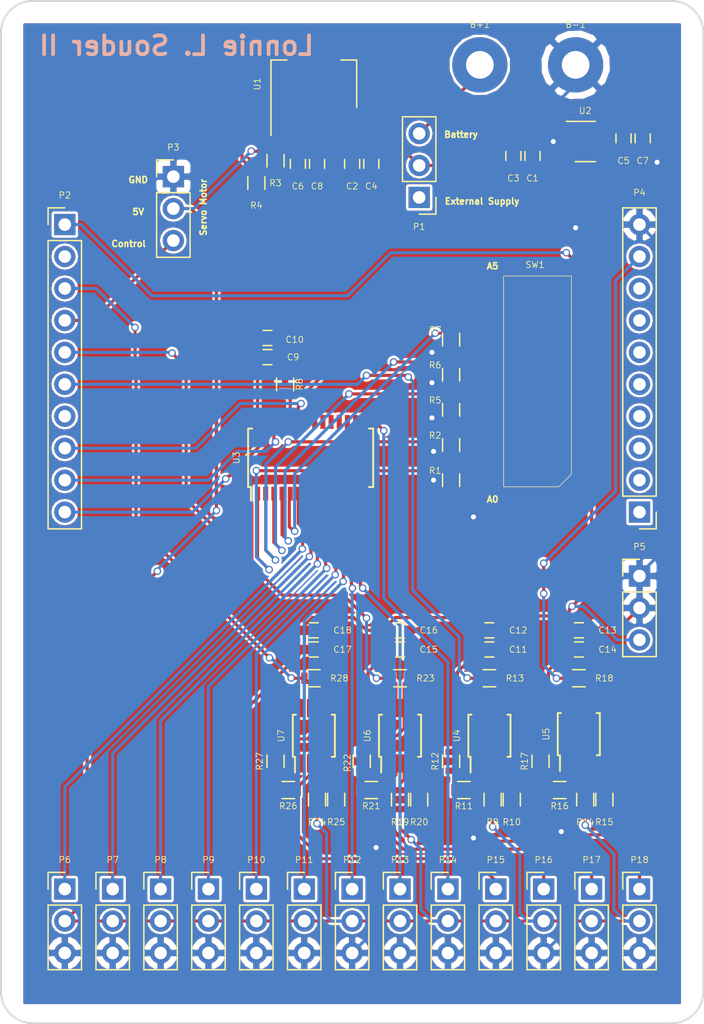
<source format=kicad_pcb>
(kicad_pcb (version 4) (host pcbnew 4.0.4-stable)
  (layers (0 F.Cu signal) (31 B.Cu signal) (34 B.Paste user) (35 F.Paste user) (36 B.SilkS user) (37 F.SilkS user) (38 B.Mask user) (39 F.Mask user) (44 Edge.Cuts user))
  (net 0 "")
  (net 1 "Net-(B+1-Pad1)")
  (net 2 GND)
  (net 3 +9V)
  (net 4 +3V3)
  (net 5 +5V)
  (net 6 "Net-(C10-Pad1)")
  (net 7 "Net-(P1-Pad1)")
  (net 8 "Net-(P2-Pad2)")
  (net 9 /lightInterface/SENSE1)
  (net 10 "Net-(P2-Pad4)")
  (net 11 /lightInterface/SENSE2)
  (net 12 /lightInterface/SENSE3)
  (net 13 "Net-(P2-Pad7)")
  (net 14 "Net-(P2-Pad8)")
  (net 15 "Net-(P2-Pad9)")
  (net 16 "Net-(P2-Pad10)")
  (net 17 "Net-(P4-Pad1)")
  (net 18 "Net-(P4-Pad2)")
  (net 19 "Net-(P4-Pad3)")
  (net 20 "Net-(P4-Pad4)")
  (net 21 "Net-(P4-Pad5)")
  (net 22 "Net-(P4-Pad6)")
  (net 23 "Net-(P4-Pad7)")
  (net 24 "Net-(P4-Pad8)")
  (net 25 /lightInterface/SENSE4)
  (net 26 /lightInterface/LED1)
  (net 27 /lightInterface/LED2)
  (net 28 /lightInterface/LED3)
  (net 29 /lightInterface/LED4)
  (net 30 /lightInterface/LED5)
  (net 31 /lightInterface/LED6)
  (net 32 /lightInterface/LED7)
  (net 33 /lightInterface/LED9)
  (net 34 /lightInterface/transimpedanceAmp1/Iin)
  (net 35 /lightInterface/transimpedanceAmp2/Iin)
  (net 36 /lightInterface/transimpedanceAmp3/Iin)
  (net 37 /lightInterface/transimpedanceAmp4/Iin)
  (net 38 "Net-(R1-Pad1)")
  (net 39 "Net-(R2-Pad1)")
  (net 40 "Net-(R6-Pad1)")
  (net 41 "Net-(R7-Pad1)")
  (net 42 "Net-(R8-Pad1)")
  (net 43 "Net-(R10-Pad2)")
  (net 44 "Net-(R11-Pad1)")
  (net 45 "Net-(R12-Pad1)")
  (net 46 "Net-(R14-Pad1)")
  (net 47 "Net-(R16-Pad1)")
  (net 48 "Net-(R17-Pad1)")
  (net 49 "Net-(R19-Pad1)")
  (net 50 "Net-(R21-Pad1)")
  (net 51 "Net-(R22-Pad1)")
  (net 52 "Net-(R24-Pad1)")
  (net 53 "Net-(R26-Pad1)")
  (net 54 "Net-(R27-Pad1)")
  (net 55 "Net-(U2-Pad4)")
  (net 56 /lightInterface/LED8)
  (net 57 "Net-(U3-Pad16)")
  (net 58 "Net-(U3-Pad17)")
  (net 59 "Net-(U3-Pad18)")
  (net 60 "Net-(U3-Pad19)")
  (net 61 "Net-(U3-Pad20)")
  (net 62 "Net-(U3-Pad21)")
  (net 63 "Net-(U3-Pad22)")
  (net 64 "Net-(R3-Pad2)")
  (net 65 "Net-(R5-Pad1)")
  (module Mounting_Holes:MountingHole_2.2mm_M2_Pad (layer F.Cu) (at 127 88.9)
    (fp_text reference B+1 (at 0 -3.2) (layer F.SilkS) (effects (font (size 0.5 0.5) (thickness 0.0625))))
    (fp_text value Mounting_Hole_PAD)
    (pad 1 thru_hole circle (at 0 0) (size 4.4 4.4) (drill 2.2) (layers *.Cu *.Mask) (net 1 "Net-(B+1-Pad1)"))
  )
  (module Mounting_Holes:MountingHole_2.2mm_M2_Pad (layer F.Cu) (at 134.62 88.9)
    (fp_text reference B-1 (at 0 -3.2) (layer F.SilkS) (effects (font (size 0.5 0.5) (thickness 0.0625))))
    (fp_text value Mounting_Hole_PAD)
    (pad 1 thru_hole circle (at 0 0) (size 4.4 4.4) (drill 2.2) (layers *.Cu *.Mask) (net 2 GND))
  )
  (module Pin_Headers:Pin_Header_Straight_1x03_Pitch2.54mm (layer F.Cu) (at 122.174 99.441 180)
    (fp_text reference P1 (at 0 -2.33 180) (layer F.SilkS) (effects (font (size 0.5 0.5) (thickness 0.0625))))
    (fp_text value CONN_01X03)
    (pad 1 thru_hole rect (at 0 0 180) (size 1.7 1.7) (drill 1) (layers *.Cu *.Mask) (net 7 "Net-(P1-Pad1)"))
    (pad 2 thru_hole oval (at 0 2.54 180) (size 1.7 1.7) (drill 1) (layers *.Cu *.Mask) (net 3 +9V))
    (pad 3 thru_hole oval (at 0 5.08 180) (size 1.7 1.7) (drill 1) (layers *.Cu *.Mask) (net 1 "Net-(B+1-Pad1)"))
  )
  (module Pin_Headers:Pin_Header_Straight_1x10_Pitch2.54mm (layer F.Cu) (at 93.98 101.6)
    (fp_text reference P2 (at 0 -2.33) (layer F.SilkS) (effects (font (size 0.5 0.5) (thickness 0.0625))))
    (fp_text value CONN_01X10)
    (pad 1 thru_hole rect (at 0 0) (size 1.7 1.7) (drill 1) (layers *.Cu *.Mask) (net 4 +3V3))
    (pad 2 thru_hole oval (at 0 2.54) (size 1.7 1.7) (drill 1) (layers *.Cu *.Mask) (net 8 "Net-(P2-Pad2)"))
    (pad 3 thru_hole oval (at 0 5.08) (size 1.7 1.7) (drill 1) (layers *.Cu *.Mask) (net 9 /lightInterface/SENSE1))
    (pad 4 thru_hole oval (at 0 7.62) (size 1.7 1.7) (drill 1) (layers *.Cu *.Mask) (net 10 "Net-(P2-Pad4)"))
    (pad 5 thru_hole oval (at 0 10.16) (size 1.7 1.7) (drill 1) (layers *.Cu *.Mask) (net 11 /lightInterface/SENSE2))
    (pad 6 thru_hole oval (at 0 12.7) (size 1.7 1.7) (drill 1) (layers *.Cu *.Mask) (net 12 /lightInterface/SENSE3))
    (pad 7 thru_hole oval (at 0 15.24) (size 1.7 1.7) (drill 1) (layers *.Cu *.Mask) (net 13 "Net-(P2-Pad7)"))
    (pad 8 thru_hole oval (at 0 17.78) (size 1.7 1.7) (drill 1) (layers *.Cu *.Mask) (net 14 "Net-(P2-Pad8)"))
    (pad 9 thru_hole oval (at 0 20.32) (size 1.7 1.7) (drill 1) (layers *.Cu *.Mask) (net 15 "Net-(P2-Pad9)"))
    (pad 10 thru_hole oval (at 0 22.86) (size 1.7 1.7) (drill 1) (layers *.Cu *.Mask) (net 16 "Net-(P2-Pad10)"))
  )
  (module Pin_Headers:Pin_Header_Straight_1x03_Pitch2.54mm (layer F.Cu) (at 102.616 97.79)
    (fp_text reference P3 (at 0 -2.33) (layer F.SilkS) (effects (font (size 0.5 0.5) (thickness 0.0625))))
    (fp_text value CONN_01X03)
    (pad 1 thru_hole rect (at 0 0) (size 1.7 1.7) (drill 1) (layers *.Cu *.Mask) (net 2 GND))
    (pad 2 thru_hole oval (at 0 2.54) (size 1.7 1.7) (drill 1) (layers *.Cu *.Mask) (net 5 +5V))
    (pad 3 thru_hole oval (at 0 5.08) (size 1.7 1.7) (drill 1) (layers *.Cu *.Mask) (net 10 "Net-(P2-Pad4)"))
  )
  (module Pin_Headers:Pin_Header_Straight_1x10_Pitch2.54mm (layer F.Cu) (at 139.7 124.46 180)
    (fp_text reference P4 (at 0 25.4 180) (layer F.SilkS) (effects (font (size 0.5 0.5) (thickness 0.0625))))
    (fp_text value CONN_01X10)
    (pad 1 thru_hole rect (at 0 0 180) (size 1.7 1.7) (drill 1) (layers *.Cu *.Mask) (net 17 "Net-(P4-Pad1)"))
    (pad 2 thru_hole oval (at 0 2.54 180) (size 1.7 1.7) (drill 1) (layers *.Cu *.Mask) (net 18 "Net-(P4-Pad2)"))
    (pad 3 thru_hole oval (at 0 5.08 180) (size 1.7 1.7) (drill 1) (layers *.Cu *.Mask) (net 19 "Net-(P4-Pad3)"))
    (pad 4 thru_hole oval (at 0 7.62 180) (size 1.7 1.7) (drill 1) (layers *.Cu *.Mask) (net 20 "Net-(P4-Pad4)"))
    (pad 5 thru_hole oval (at 0 10.16 180) (size 1.7 1.7) (drill 1) (layers *.Cu *.Mask) (net 21 "Net-(P4-Pad5)"))
    (pad 6 thru_hole oval (at 0 12.7 180) (size 1.7 1.7) (drill 1) (layers *.Cu *.Mask) (net 22 "Net-(P4-Pad6)"))
    (pad 7 thru_hole oval (at 0 15.24 180) (size 1.7 1.7) (drill 1) (layers *.Cu *.Mask) (net 23 "Net-(P4-Pad7)"))
    (pad 8 thru_hole oval (at 0 17.78 180) (size 1.7 1.7) (drill 1) (layers *.Cu *.Mask) (net 24 "Net-(P4-Pad8)"))
    (pad 9 thru_hole oval (at 0 20.32 180) (size 1.7 1.7) (drill 1) (layers *.Cu *.Mask) (net 25 /lightInterface/SENSE4))
    (pad 10 thru_hole oval (at 0 22.86 180) (size 1.7 1.7) (drill 1) (layers *.Cu *.Mask) (net 2 GND))
  )
  (module Pin_Headers:Pin_Header_Straight_1x03_Pitch2.54mm (layer F.Cu) (at 139.7 129.54)
    (fp_text reference P5 (at 0 -2.33) (layer F.SilkS) (effects (font (size 0.5 0.5) (thickness 0.0625))))
    (fp_text value CONN_01X03)
    (pad 1 thru_hole rect (at 0 0) (size 1.7 1.7) (drill 1) (layers *.Cu *.Mask) (net 2 GND))
    (pad 2 thru_hole oval (at 0 2.54) (size 1.7 1.7) (drill 1) (layers *.Cu *.Mask) (net 2 GND))
    (pad 3 thru_hole oval (at 0 5.08) (size 1.7 1.7) (drill 1) (layers *.Cu *.Mask) (net 4 +3V3))
  )
  (module Pin_Headers:Pin_Header_Straight_1x03_Pitch2.54mm (layer F.Cu) (at 93.98 154.432)
    (fp_text reference P6 (at 0 -2.33) (layer F.SilkS) (effects (font (size 0.5 0.5) (thickness 0.0625))))
    (fp_text value CONN_01X03)
    (pad 1 thru_hole rect (at 0 0) (size 1.7 1.7) (drill 1) (layers *.Cu *.Mask) (net 26 /lightInterface/LED1))
    (pad 2 thru_hole oval (at 0 2.54) (size 1.7 1.7) (drill 1) (layers *.Cu *.Mask) (net 5 +5V))
    (pad 3 thru_hole oval (at 0 5.08) (size 1.7 1.7) (drill 1) (layers *.Cu *.Mask) (net 2 GND))
  )
  (module Pin_Headers:Pin_Header_Straight_1x03_Pitch2.54mm (layer F.Cu) (at 97.79 154.432)
    (fp_text reference P7 (at 0 -2.33) (layer F.SilkS) (effects (font (size 0.5 0.5) (thickness 0.0625))))
    (fp_text value CONN_01X03)
    (pad 1 thru_hole rect (at 0 0) (size 1.7 1.7) (drill 1) (layers *.Cu *.Mask) (net 27 /lightInterface/LED2))
    (pad 2 thru_hole oval (at 0 2.54) (size 1.7 1.7) (drill 1) (layers *.Cu *.Mask) (net 5 +5V))
    (pad 3 thru_hole oval (at 0 5.08) (size 1.7 1.7) (drill 1) (layers *.Cu *.Mask) (net 2 GND))
  )
  (module Pin_Headers:Pin_Header_Straight_1x03_Pitch2.54mm (layer F.Cu) (at 101.6 154.432)
    (fp_text reference P8 (at 0 -2.33) (layer F.SilkS) (effects (font (size 0.5 0.5) (thickness 0.0625))))
    (fp_text value CONN_01X03)
    (pad 1 thru_hole rect (at 0 0) (size 1.7 1.7) (drill 1) (layers *.Cu *.Mask) (net 28 /lightInterface/LED3))
    (pad 2 thru_hole oval (at 0 2.54) (size 1.7 1.7) (drill 1) (layers *.Cu *.Mask) (net 5 +5V))
    (pad 3 thru_hole oval (at 0 5.08) (size 1.7 1.7) (drill 1) (layers *.Cu *.Mask) (net 2 GND))
  )
  (module Pin_Headers:Pin_Header_Straight_1x03_Pitch2.54mm (layer F.Cu) (at 105.41 154.432)
    (fp_text reference P9 (at 0 -2.33) (layer F.SilkS) (effects (font (size 0.5 0.5) (thickness 0.0625))))
    (fp_text value CONN_01X03)
    (pad 1 thru_hole rect (at 0 0) (size 1.7 1.7) (drill 1) (layers *.Cu *.Mask) (net 29 /lightInterface/LED4))
    (pad 2 thru_hole oval (at 0 2.54) (size 1.7 1.7) (drill 1) (layers *.Cu *.Mask) (net 5 +5V))
    (pad 3 thru_hole oval (at 0 5.08) (size 1.7 1.7) (drill 1) (layers *.Cu *.Mask) (net 2 GND))
  )
  (module Pin_Headers:Pin_Header_Straight_1x03_Pitch2.54mm (layer F.Cu) (at 109.22 154.432)
    (fp_text reference P10 (at 0 -2.33) (layer F.SilkS) (effects (font (size 0.5 0.5) (thickness 0.0625))))
    (fp_text value CONN_01X03)
    (pad 1 thru_hole rect (at 0 0) (size 1.7 1.7) (drill 1) (layers *.Cu *.Mask) (net 30 /lightInterface/LED5))
    (pad 2 thru_hole oval (at 0 2.54) (size 1.7 1.7) (drill 1) (layers *.Cu *.Mask) (net 5 +5V))
    (pad 3 thru_hole oval (at 0 5.08) (size 1.7 1.7) (drill 1) (layers *.Cu *.Mask) (net 2 GND))
  )
  (module Pin_Headers:Pin_Header_Straight_1x03_Pitch2.54mm (layer F.Cu) (at 113.03 154.432)
    (fp_text reference P11 (at 0 -2.33) (layer F.SilkS) (effects (font (size 0.5 0.5) (thickness 0.0625))))
    (fp_text value CONN_01X03)
    (pad 1 thru_hole rect (at 0 0) (size 1.7 1.7) (drill 1) (layers *.Cu *.Mask) (net 31 /lightInterface/LED6))
    (pad 2 thru_hole oval (at 0 2.54) (size 1.7 1.7) (drill 1) (layers *.Cu *.Mask) (net 5 +5V))
    (pad 3 thru_hole oval (at 0 5.08) (size 1.7 1.7) (drill 1) (layers *.Cu *.Mask) (net 2 GND))
  )
  (module Pin_Headers:Pin_Header_Straight_1x03_Pitch2.54mm (layer F.Cu) (at 116.84 154.432)
    (fp_text reference P12 (at 0 -2.33) (layer F.SilkS) (effects (font (size 0.5 0.5) (thickness 0.0625))))
    (fp_text value CONN_01X03)
    (pad 1 thru_hole rect (at 0 0) (size 1.7 1.7) (drill 1) (layers *.Cu *.Mask) (net 32 /lightInterface/LED7))
    (pad 2 thru_hole oval (at 0 2.54) (size 1.7 1.7) (drill 1) (layers *.Cu *.Mask) (net 5 +5V))
    (pad 3 thru_hole oval (at 0 5.08) (size 1.7 1.7) (drill 1) (layers *.Cu *.Mask) (net 2 GND))
  )
  (module Pin_Headers:Pin_Header_Straight_1x03_Pitch2.54mm (layer F.Cu) (at 120.65 154.432)
    (fp_text reference P13 (at 0 -2.33) (layer F.SilkS) (effects (font (size 0.5 0.5) (thickness 0.0625))))
    (fp_text value CONN_01X03)
    (pad 1 thru_hole rect (at 0 0) (size 1.7 1.7) (drill 1) (layers *.Cu *.Mask) (net 56 /lightInterface/LED8))
    (pad 2 thru_hole oval (at 0 2.54) (size 1.7 1.7) (drill 1) (layers *.Cu *.Mask) (net 5 +5V))
    (pad 3 thru_hole oval (at 0 5.08) (size 1.7 1.7) (drill 1) (layers *.Cu *.Mask) (net 2 GND))
  )
  (module Pin_Headers:Pin_Header_Straight_1x03_Pitch2.54mm (layer F.Cu) (at 124.46 154.432)
    (fp_text reference P14 (at 0 -2.33) (layer F.SilkS) (effects (font (size 0.5 0.5) (thickness 0.0625))))
    (fp_text value CONN_01X03)
    (pad 1 thru_hole rect (at 0 0) (size 1.7 1.7) (drill 1) (layers *.Cu *.Mask) (net 33 /lightInterface/LED9))
    (pad 2 thru_hole oval (at 0 2.54) (size 1.7 1.7) (drill 1) (layers *.Cu *.Mask) (net 5 +5V))
    (pad 3 thru_hole oval (at 0 5.08) (size 1.7 1.7) (drill 1) (layers *.Cu *.Mask) (net 2 GND))
  )
  (module Pin_Headers:Pin_Header_Straight_1x03_Pitch2.54mm (layer F.Cu) (at 128.27 154.432)
    (fp_text reference P15 (at 0 -2.33) (layer F.SilkS) (effects (font (size 0.5 0.5) (thickness 0.0625))))
    (fp_text value CONN_01X03)
    (pad 1 thru_hole rect (at 0 0) (size 1.7 1.7) (drill 1) (layers *.Cu *.Mask) (net 34 /lightInterface/transimpedanceAmp1/Iin))
    (pad 2 thru_hole oval (at 0 2.54) (size 1.7 1.7) (drill 1) (layers *.Cu *.Mask) (net 5 +5V))
    (pad 3 thru_hole oval (at 0 5.08) (size 1.7 1.7) (drill 1) (layers *.Cu *.Mask) (net 2 GND))
  )
  (module Pin_Headers:Pin_Header_Straight_1x03_Pitch2.54mm (layer F.Cu) (at 132.08 154.432)
    (fp_text reference P16 (at 0 -2.33) (layer F.SilkS) (effects (font (size 0.5 0.5) (thickness 0.0625))))
    (fp_text value CONN_01X03)
    (pad 1 thru_hole rect (at 0 0) (size 1.7 1.7) (drill 1) (layers *.Cu *.Mask) (net 35 /lightInterface/transimpedanceAmp2/Iin))
    (pad 2 thru_hole oval (at 0 2.54) (size 1.7 1.7) (drill 1) (layers *.Cu *.Mask) (net 5 +5V))
    (pad 3 thru_hole oval (at 0 5.08) (size 1.7 1.7) (drill 1) (layers *.Cu *.Mask) (net 2 GND))
  )
  (module Pin_Headers:Pin_Header_Straight_1x03_Pitch2.54mm (layer F.Cu) (at 135.89 154.432)
    (fp_text reference P17 (at 0 -2.33) (layer F.SilkS) (effects (font (size 0.5 0.5) (thickness 0.0625))))
    (fp_text value CONN_01X03)
    (pad 1 thru_hole rect (at 0 0) (size 1.7 1.7) (drill 1) (layers *.Cu *.Mask) (net 36 /lightInterface/transimpedanceAmp3/Iin))
    (pad 2 thru_hole oval (at 0 2.54) (size 1.7 1.7) (drill 1) (layers *.Cu *.Mask) (net 5 +5V))
    (pad 3 thru_hole oval (at 0 5.08) (size 1.7 1.7) (drill 1) (layers *.Cu *.Mask) (net 2 GND))
  )
  (module Pin_Headers:Pin_Header_Straight_1x03_Pitch2.54mm (layer F.Cu) (at 139.7 154.432)
    (fp_text reference P18 (at 0 -2.33) (layer F.SilkS) (effects (font (size 0.5 0.5) (thickness 0.0625))))
    (fp_text value CONN_01X03)
    (pad 1 thru_hole rect (at 0 0) (size 1.7 1.7) (drill 1) (layers *.Cu *.Mask) (net 37 /lightInterface/transimpedanceAmp4/Iin))
    (pad 2 thru_hole oval (at 0 2.54) (size 1.7 1.7) (drill 1) (layers *.Cu *.Mask) (net 5 +5V))
    (pad 3 thru_hole oval (at 0 5.08) (size 1.7 1.7) (drill 1) (layers *.Cu *.Mask) (net 2 GND))
  )
  (module CentralBoardFootprints:DIP_SW_219-6LPST (layer F.Cu) (at 135.89 120.396 180)
    (fp_text reference SW1 (at 4.5 15.6 180) (layer F.SilkS) (effects (font (size 0.5 0.5) (thickness 0.0625))))
    (fp_text value SW_DIP_x06)
    (pad 1 smd rect (at 0 0 270) (size 1.13 2.44) (layers F.Cu F.Paste F.Mask) (net 4 +3V3))
    (pad 2 smd rect (at 0 2.54 270) (size 1.13 2.44) (layers F.Cu F.Paste F.Mask) (net 4 +3V3))
    (pad 3 smd rect (at 0 5.08 270) (size 1.13 2.44) (layers F.Cu F.Paste F.Mask) (net 4 +3V3))
    (pad 4 smd rect (at 0 7.62 270) (size 1.13 2.44) (layers F.Cu F.Paste F.Mask) (net 4 +3V3))
    (pad 5 smd rect (at 0 10.16 270) (size 1.13 2.44) (layers F.Cu F.Paste F.Mask) (net 4 +3V3))
    (pad 6 smd rect (at 0 12.7 270) (size 1.13 2.44) (layers F.Cu F.Paste F.Mask) (net 4 +3V3))
    (pad 7 smd rect (at 8.6 12.7 270) (size 1.13 2.44) (layers F.Cu F.Paste F.Mask) (net 42 "Net-(R8-Pad1)"))
    (pad 8 smd rect (at 8.6 10.16 270) (size 1.13 2.44) (layers F.Cu F.Paste F.Mask) (net 41 "Net-(R7-Pad1)"))
    (pad 9 smd rect (at 8.6 7.62 270) (size 1.13 2.44) (layers F.Cu F.Paste F.Mask) (net 40 "Net-(R6-Pad1)"))
    (pad 10 smd rect (at 8.6 5.08 270) (size 1.13 2.44) (layers F.Cu F.Paste F.Mask) (net 65 "Net-(R5-Pad1)"))
    (pad 11 smd rect (at 8.6 2.54 270) (size 1.13 2.44) (layers F.Cu F.Paste F.Mask) (net 39 "Net-(R2-Pad1)"))
    (pad 12 smd rect (at 8.6 0 270) (size 1.13 2.44) (layers F.Cu F.Paste F.Mask) (net 38 "Net-(R1-Pad1)"))
  )
  (module TO_SOT_Packages_SMD:SOT-223 (layer F.Cu) (at 113.792 90.424 90)
    (fp_text reference U1 (at 0 -4.5 90) (layer F.SilkS) (effects (font (size 0.5 0.5) (thickness 0.0625))))
    (fp_text value LM317_3PinPackage)
    (pad 4 smd rect (at 3.15 0 90) (size 2 3.8) (layers F.Cu F.Paste F.Mask))
    (pad 2 smd rect (at -3.15 0 90) (size 2 1.5) (layers F.Cu F.Paste F.Mask) (net 5 +5V))
    (pad 3 smd rect (at -3.15 2.3 90) (size 2 1.5) (layers F.Cu F.Paste F.Mask) (net 3 +9V))
    (pad 1 smd rect (at -3.15 -2.3 90) (size 2 1.5) (layers F.Cu F.Paste F.Mask) (net 64 "Net-(R3-Pad2)"))
  )
  (module Housings_SSOP:TSOP-5_1.65x3.05mm_Pitch0.95mm (layer F.Cu) (at 135.382 94.996)
    (fp_text reference U2 (at 0 -2.45) (layer F.SilkS) (effects (font (size 0.5 0.5) (thickness 0.0625))))
    (fp_text value NCP551)
    (pad 1 smd rect (at -1.16 -0.95) (size 0.7 0.51) (layers F.Cu F.Paste F.Mask) (net 3 +9V))
    (pad 2 smd rect (at -1.16 0) (size 0.7 0.51) (layers F.Cu F.Paste F.Mask) (net 2 GND))
    (pad 3 smd rect (at -1.16 0.95) (size 0.7 0.51) (layers F.Cu F.Paste F.Mask) (net 3 +9V))
    (pad 4 smd rect (at 1.16 0.95) (size 0.7 0.51) (layers F.Cu F.Paste F.Mask) (net 55 "Net-(U2-Pad4)"))
    (pad 6 smd rect (at 1.16 -0.95) (size 0.7 0.51) (layers F.Cu F.Paste F.Mask) (net 4 +3V3))
  )
  (module Housings_SSOP:TSSOP-28_4.4x9.7mm_Pitch0.65mm (layer F.Cu) (at 113.538 120.142 90)
    (fp_text reference U3 (at 0 -5.9 90) (layer F.SilkS) (effects (font (size 0.5 0.5) (thickness 0.0625))))
    (fp_text value PCA9685)
    (pad 1 smd rect (at -2.85 -4.225 90) (size 1.1 0.4) (layers F.Cu F.Paste F.Mask) (net 38 "Net-(R1-Pad1)"))
    (pad 2 smd rect (at -2.85 -3.575 90) (size 1.1 0.4) (layers F.Cu F.Paste F.Mask) (net 39 "Net-(R2-Pad1)"))
    (pad 3 smd rect (at -2.85 -2.925 90) (size 1.1 0.4) (layers F.Cu F.Paste F.Mask) (net 65 "Net-(R5-Pad1)"))
    (pad 4 smd rect (at -2.85 -2.275 90) (size 1.1 0.4) (layers F.Cu F.Paste F.Mask) (net 40 "Net-(R6-Pad1)"))
    (pad 5 smd rect (at -2.85 -1.625 90) (size 1.1 0.4) (layers F.Cu F.Paste F.Mask) (net 41 "Net-(R7-Pad1)"))
    (pad 6 smd rect (at -2.85 -0.975 90) (size 1.1 0.4) (layers F.Cu F.Paste F.Mask) (net 26 /lightInterface/LED1))
    (pad 7 smd rect (at -2.85 -0.325 90) (size 1.1 0.4) (layers F.Cu F.Paste F.Mask) (net 27 /lightInterface/LED2))
    (pad 8 smd rect (at -2.85 0.325 90) (size 1.1 0.4) (layers F.Cu F.Paste F.Mask) (net 28 /lightInterface/LED3))
    (pad 9 smd rect (at -2.85 0.975 90) (size 1.1 0.4) (layers F.Cu F.Paste F.Mask) (net 29 /lightInterface/LED4))
    (pad 10 smd rect (at -2.85 1.625 90) (size 1.1 0.4) (layers F.Cu F.Paste F.Mask) (net 30 /lightInterface/LED5))
    (pad 11 smd rect (at -2.85 2.275 90) (size 1.1 0.4) (layers F.Cu F.Paste F.Mask) (net 31 /lightInterface/LED6))
    (pad 12 smd rect (at -2.85 2.925 90) (size 1.1 0.4) (layers F.Cu F.Paste F.Mask) (net 32 /lightInterface/LED7))
    (pad 13 smd rect (at -2.85 3.575 90) (size 1.1 0.4) (layers F.Cu F.Paste F.Mask) (net 56 /lightInterface/LED8))
    (pad 14 smd rect (at -2.85 4.225 90) (size 1.1 0.4) (layers F.Cu F.Paste F.Mask) (net 2 GND))
    (pad 15 smd rect (at 2.85 4.225 90) (size 1.1 0.4) (layers F.Cu F.Paste F.Mask) (net 33 /lightInterface/LED9))
    (pad 16 smd rect (at 2.85 3.575 90) (size 1.1 0.4) (layers F.Cu F.Paste F.Mask) (net 57 "Net-(U3-Pad16)"))
    (pad 17 smd rect (at 2.85 2.925 90) (size 1.1 0.4) (layers F.Cu F.Paste F.Mask) (net 58 "Net-(U3-Pad17)"))
    (pad 18 smd rect (at 2.85 2.275 90) (size 1.1 0.4) (layers F.Cu F.Paste F.Mask) (net 59 "Net-(U3-Pad18)"))
    (pad 19 smd rect (at 2.85 1.625 90) (size 1.1 0.4) (layers F.Cu F.Paste F.Mask) (net 60 "Net-(U3-Pad19)"))
    (pad 20 smd rect (at 2.85 0.975 90) (size 1.1 0.4) (layers F.Cu F.Paste F.Mask) (net 61 "Net-(U3-Pad20)"))
    (pad 21 smd rect (at 2.85 0.325 90) (size 1.1 0.4) (layers F.Cu F.Paste F.Mask) (net 62 "Net-(U3-Pad21)"))
    (pad 22 smd rect (at 2.85 -0.325 90) (size 1.1 0.4) (layers F.Cu F.Paste F.Mask) (net 63 "Net-(U3-Pad22)"))
    (pad 23 smd rect (at 2.85 -0.975 90) (size 1.1 0.4) (layers F.Cu F.Paste F.Mask) (net 14 "Net-(P2-Pad8)"))
    (pad 24 smd rect (at 2.85 -1.625 90) (size 1.1 0.4) (layers F.Cu F.Paste F.Mask) (net 42 "Net-(R8-Pad1)"))
    (pad 25 smd rect (at 2.85 -2.275 90) (size 1.1 0.4) (layers F.Cu F.Paste F.Mask) (net 2 GND))
    (pad 26 smd rect (at 2.85 -2.925 90) (size 1.1 0.4) (layers F.Cu F.Paste F.Mask) (net 15 "Net-(P2-Pad9)"))
    (pad 27 smd rect (at 2.85 -3.575 90) (size 1.1 0.4) (layers F.Cu F.Paste F.Mask) (net 16 "Net-(P2-Pad10)"))
    (pad 28 smd rect (at 2.85 -4.225 90) (size 1.1 0.4) (layers F.Cu F.Paste F.Mask) (net 6 "Net-(C10-Pad1)"))
  )
  (module Housings_SSOP:MSOP-8_3x3mm_Pitch0.65mm (layer F.Cu) (at 127.762 142.24 90)
    (fp_text reference U4 (at 0 -2.6 90) (layer F.SilkS) (effects (font (size 0.5 0.5) (thickness 0.0625))))
    (fp_text value BA4510FVM-GTR)
    (pad 1 smd rect (at -2.2 -0.975 90) (size 1.45 0.45) (layers F.Cu F.Paste F.Mask) (net 44 "Net-(R11-Pad1)"))
    (pad 2 smd rect (at -2.2 -0.325 90) (size 1.45 0.45) (layers F.Cu F.Paste F.Mask) (net 36 /lightInterface/transimpedanceAmp3/Iin))
    (pad 3 smd rect (at -2.2 0.325 90) (size 1.45 0.45) (layers F.Cu F.Paste F.Mask) (net 43 "Net-(R10-Pad2)"))
    (pad 4 smd rect (at -2.2 0.975 90) (size 1.45 0.45) (layers F.Cu F.Paste F.Mask) (net 2 GND))
    (pad 5 smd rect (at 2.2 0.975 90) (size 1.45 0.45) (layers F.Cu F.Paste F.Mask) (net 2 GND))
    (pad 6 smd rect (at 2.2 0.325 90) (size 1.45 0.45) (layers F.Cu F.Paste F.Mask) (net 45 "Net-(R12-Pad1)"))
    (pad 7 smd rect (at 2.2 -0.325 90) (size 1.45 0.45) (layers F.Cu F.Paste F.Mask) (net 12 /lightInterface/SENSE3))
    (pad 8 smd rect (at 2.2 -0.975 90) (size 1.45 0.45) (layers F.Cu F.Paste F.Mask) (net 5 +5V))
  )
  (module Housings_SSOP:MSOP-8_3x3mm_Pitch0.65mm (layer F.Cu) (at 134.874 142.113 90)
    (fp_text reference U5 (at 0 -2.6 90) (layer F.SilkS) (effects (font (size 0.5 0.5) (thickness 0.0625))))
    (fp_text value BA4510FVM-GTR)
    (pad 1 smd rect (at -2.2 -0.975 90) (size 1.45 0.45) (layers F.Cu F.Paste F.Mask) (net 47 "Net-(R16-Pad1)"))
    (pad 2 smd rect (at -2.2 -0.325 90) (size 1.45 0.45) (layers F.Cu F.Paste F.Mask) (net 37 /lightInterface/transimpedanceAmp4/Iin))
    (pad 3 smd rect (at -2.2 0.325 90) (size 1.45 0.45) (layers F.Cu F.Paste F.Mask) (net 46 "Net-(R14-Pad1)"))
    (pad 4 smd rect (at -2.2 0.975 90) (size 1.45 0.45) (layers F.Cu F.Paste F.Mask) (net 2 GND))
    (pad 5 smd rect (at 2.2 0.975 90) (size 1.45 0.45) (layers F.Cu F.Paste F.Mask) (net 2 GND))
    (pad 6 smd rect (at 2.2 0.325 90) (size 1.45 0.45) (layers F.Cu F.Paste F.Mask) (net 48 "Net-(R17-Pad1)"))
    (pad 7 smd rect (at 2.2 -0.325 90) (size 1.45 0.45) (layers F.Cu F.Paste F.Mask) (net 25 /lightInterface/SENSE4))
    (pad 8 smd rect (at 2.2 -0.975 90) (size 1.45 0.45) (layers F.Cu F.Paste F.Mask) (net 5 +5V))
  )
  (module Housings_SSOP:MSOP-8_3x3mm_Pitch0.65mm (layer F.Cu) (at 120.65 142.24 90)
    (fp_text reference U6 (at 0 -2.6 90) (layer F.SilkS) (effects (font (size 0.5 0.5) (thickness 0.0625))))
    (fp_text value BA4510FVM-GTR)
    (pad 1 smd rect (at -2.2 -0.975 90) (size 1.45 0.45) (layers F.Cu F.Paste F.Mask) (net 50 "Net-(R21-Pad1)"))
    (pad 2 smd rect (at -2.2 -0.325 90) (size 1.45 0.45) (layers F.Cu F.Paste F.Mask) (net 35 /lightInterface/transimpedanceAmp2/Iin))
    (pad 3 smd rect (at -2.2 0.325 90) (size 1.45 0.45) (layers F.Cu F.Paste F.Mask) (net 49 "Net-(R19-Pad1)"))
    (pad 4 smd rect (at -2.2 0.975 90) (size 1.45 0.45) (layers F.Cu F.Paste F.Mask) (net 2 GND))
    (pad 5 smd rect (at 2.2 0.975 90) (size 1.45 0.45) (layers F.Cu F.Paste F.Mask) (net 2 GND))
    (pad 6 smd rect (at 2.2 0.325 90) (size 1.45 0.45) (layers F.Cu F.Paste F.Mask) (net 51 "Net-(R22-Pad1)"))
    (pad 7 smd rect (at 2.2 -0.325 90) (size 1.45 0.45) (layers F.Cu F.Paste F.Mask) (net 11 /lightInterface/SENSE2))
    (pad 8 smd rect (at 2.2 -0.975 90) (size 1.45 0.45) (layers F.Cu F.Paste F.Mask) (net 5 +5V))
  )
  (module Housings_SSOP:MSOP-8_3x3mm_Pitch0.65mm (layer F.Cu) (at 113.792 142.24 90)
    (fp_text reference U7 (at 0 -2.6 90) (layer F.SilkS) (effects (font (size 0.5 0.5) (thickness 0.0625))))
    (fp_text value BA4510FVM-GTR)
    (pad 1 smd rect (at -2.2 -0.975 90) (size 1.45 0.45) (layers F.Cu F.Paste F.Mask) (net 53 "Net-(R26-Pad1)"))
    (pad 2 smd rect (at -2.2 -0.325 90) (size 1.45 0.45) (layers F.Cu F.Paste F.Mask) (net 34 /lightInterface/transimpedanceAmp1/Iin))
    (pad 3 smd rect (at -2.2 0.325 90) (size 1.45 0.45) (layers F.Cu F.Paste F.Mask) (net 52 "Net-(R24-Pad1)"))
    (pad 4 smd rect (at -2.2 0.975 90) (size 1.45 0.45) (layers F.Cu F.Paste F.Mask) (net 2 GND))
    (pad 5 smd rect (at 2.2 0.975 90) (size 1.45 0.45) (layers F.Cu F.Paste F.Mask) (net 2 GND))
    (pad 6 smd rect (at 2.2 0.325 90) (size 1.45 0.45) (layers F.Cu F.Paste F.Mask) (net 54 "Net-(R27-Pad1)"))
    (pad 7 smd rect (at 2.2 -0.325 90) (size 1.45 0.45) (layers F.Cu F.Paste F.Mask) (net 9 /lightInterface/SENSE1))
    (pad 8 smd rect (at 2.2 -0.975 90) (size 1.45 0.45) (layers F.Cu F.Paste F.Mask) (net 5 +5V))
  )
  (module Capacitors_SMD:C_0603 (layer F.Cu) (at 131.191 96.139 90)
    (fp_text reference C1 (at -1.778 0 180) (layer F.SilkS) (effects (font (size 0.5 0.5) (thickness 0.0625))))
    (fp_text value 100n)
    (pad 2 smd rect (at 0.75 0 90) (size 0.8 0.75) (layers F.Cu F.Paste F.Mask) (net 2 GND))
    (pad 1 smd rect (at -0.75 0 90) (size 0.8 0.75) (layers F.Cu F.Paste F.Mask) (net 3 +9V))
  )
  (module Capacitors_SMD:C_0603 (layer F.Cu) (at 116.84 96.774 270)
    (fp_text reference C2 (at 1.778 0 360) (layer F.SilkS) (effects (font (size 0.5 0.5) (thickness 0.0625))))
    (fp_text value 10n)
    (pad 2 smd rect (at 0.75 0 270) (size 0.8 0.75) (layers F.Cu F.Paste F.Mask) (net 2 GND))
    (pad 1 smd rect (at -0.75 0 270) (size 0.8 0.75) (layers F.Cu F.Paste F.Mask) (net 3 +9V))
  )
  (module Capacitors_SMD:C_0603 (layer F.Cu) (at 129.667 96.139 90)
    (fp_text reference C3 (at -1.778 0 180) (layer F.SilkS) (effects (font (size 0.5 0.5) (thickness 0.0625))))
    (fp_text value 10u)
    (pad 2 smd rect (at 0.75 0 90) (size 0.8 0.75) (layers F.Cu F.Paste F.Mask) (net 2 GND))
    (pad 1 smd rect (at -0.75 0 90) (size 0.8 0.75) (layers F.Cu F.Paste F.Mask) (net 3 +9V))
  )
  (module Capacitors_SMD:C_0603 (layer F.Cu) (at 118.364 96.774 270)
    (fp_text reference C4 (at 1.778 0 360) (layer F.SilkS) (effects (font (size 0.5 0.5) (thickness 0.0625))))
    (fp_text value 1u)
    (pad 2 smd rect (at 0.75 0 270) (size 0.8 0.75) (layers F.Cu F.Paste F.Mask) (net 2 GND))
    (pad 1 smd rect (at -0.75 0 270) (size 0.8 0.75) (layers F.Cu F.Paste F.Mask) (net 3 +9V))
  )
  (module Capacitors_SMD:C_0603 (layer F.Cu) (at 138.43 94.742 270)
    (fp_text reference C5 (at 1.778 0 540) (layer F.SilkS) (effects (font (size 0.5 0.5) (thickness 0.0625))))
    (fp_text value 10u)
    (pad 2 smd rect (at 0.75 0 270) (size 0.8 0.75) (layers F.Cu F.Paste F.Mask) (net 2 GND))
    (pad 1 smd rect (at -0.75 0 270) (size 0.8 0.75) (layers F.Cu F.Paste F.Mask) (net 4 +3V3))
  )
  (module Capacitors_SMD:C_0603 (layer F.Cu) (at 112.522 96.774 270)
    (fp_text reference C6 (at 1.778 0 360) (layer F.SilkS) (effects (font (size 0.5 0.5) (thickness 0.0625))))
    (fp_text value 10u)
    (pad 2 smd rect (at 0.75 0 270) (size 0.8 0.75) (layers F.Cu F.Paste F.Mask) (net 2 GND))
    (pad 1 smd rect (at -0.75 0 270) (size 0.8 0.75) (layers F.Cu F.Paste F.Mask) (net 5 +5V))
  )
  (module Capacitors_SMD:C_0603 (layer F.Cu) (at 139.954 94.742 270)
    (fp_text reference C7 (at 1.778 0 360) (layer F.SilkS) (effects (font (size 0.5 0.5) (thickness 0.0625))))
    (fp_text value 100n)
    (pad 2 smd rect (at 0.75 0 270) (size 0.8 0.75) (layers F.Cu F.Paste F.Mask) (net 2 GND))
    (pad 1 smd rect (at -0.75 0 270) (size 0.8 0.75) (layers F.Cu F.Paste F.Mask) (net 4 +3V3))
  )
  (module Capacitors_SMD:C_0603 (layer F.Cu) (at 114.046 96.774 270)
    (fp_text reference C8 (at 1.778 0 360) (layer F.SilkS) (effects (font (size 0.5 0.5) (thickness 0.0625))))
    (fp_text value 10n)
    (pad 2 smd rect (at 0.75 0 270) (size 0.8 0.75) (layers F.Cu F.Paste F.Mask) (net 2 GND))
    (pad 1 smd rect (at -0.75 0 270) (size 0.8 0.75) (layers F.Cu F.Paste F.Mask) (net 5 +5V))
  )
  (module Capacitors_SMD:C_0603 (layer F.Cu) (at 110.109 112.141)
    (fp_text reference C9 (at 2.032 0) (layer F.SilkS) (effects (font (size 0.5 0.5) (thickness 0.0625))))
    (fp_text value 100n)
    (pad 2 smd rect (at 0.75 0) (size 0.8 0.75) (layers F.Cu F.Paste F.Mask) (net 2 GND))
    (pad 1 smd rect (at -0.75 0) (size 0.8 0.75) (layers F.Cu F.Paste F.Mask) (net 6 "Net-(C10-Pad1)"))
  )
  (module Capacitors_SMD:C_0603 (layer F.Cu) (at 110.109 110.617)
    (fp_text reference C10 (at 2.159 0.127) (layer F.SilkS) (effects (font (size 0.5 0.5) (thickness 0.0625))))
    (fp_text value 10u)
    (pad 2 smd rect (at 0.75 0) (size 0.8 0.75) (layers F.Cu F.Paste F.Mask) (net 2 GND))
    (pad 1 smd rect (at -0.75 0) (size 0.8 0.75) (layers F.Cu F.Paste F.Mask) (net 6 "Net-(C10-Pad1)"))
  )
  (module Capacitors_SMD:C_0603 (layer F.Cu) (at 127.762 135.382)
    (fp_text reference C11 (at 2.286 0) (layer F.SilkS) (effects (font (size 0.5 0.5) (thickness 0.0625))))
    (fp_text value 10u)
    (pad 2 smd rect (at 0.75 0) (size 0.8 0.75) (layers F.Cu F.Paste F.Mask) (net 2 GND))
    (pad 1 smd rect (at -0.75 0) (size 0.8 0.75) (layers F.Cu F.Paste F.Mask) (net 5 +5V))
  )
  (module Capacitors_SMD:C_0603 (layer F.Cu) (at 127.762 133.858)
    (fp_text reference C12 (at 2.286 0) (layer F.SilkS) (effects (font (size 0.5 0.5) (thickness 0.0625))))
    (fp_text value 100n)
    (pad 2 smd rect (at 0.75 0) (size 0.8 0.75) (layers F.Cu F.Paste F.Mask) (net 2 GND))
    (pad 1 smd rect (at -0.75 0) (size 0.8 0.75) (layers F.Cu F.Paste F.Mask) (net 5 +5V))
  )
  (module Capacitors_SMD:C_0603 (layer F.Cu) (at 134.874 133.858)
    (fp_text reference C13 (at 2.286 0) (layer F.SilkS) (effects (font (size 0.5 0.5) (thickness 0.0625))))
    (fp_text value 10u)
    (pad 2 smd rect (at 0.75 0) (size 0.8 0.75) (layers F.Cu F.Paste F.Mask) (net 2 GND))
    (pad 1 smd rect (at -0.75 0) (size 0.8 0.75) (layers F.Cu F.Paste F.Mask) (net 5 +5V))
  )
  (module Capacitors_SMD:C_0603 (layer F.Cu) (at 134.874 135.382)
    (fp_text reference C14 (at 2.286 0) (layer F.SilkS) (effects (font (size 0.5 0.5) (thickness 0.0625))))
    (fp_text value 100n)
    (pad 2 smd rect (at 0.75 0) (size 0.8 0.75) (layers F.Cu F.Paste F.Mask) (net 2 GND))
    (pad 1 smd rect (at -0.75 0) (size 0.8 0.75) (layers F.Cu F.Paste F.Mask) (net 5 +5V))
  )
  (module Capacitors_SMD:C_0603 (layer F.Cu) (at 120.65 135.382)
    (fp_text reference C15 (at 2.286 0) (layer F.SilkS) (effects (font (size 0.5 0.5) (thickness 0.0625))))
    (fp_text value 10u)
    (pad 2 smd rect (at 0.75 0) (size 0.8 0.75) (layers F.Cu F.Paste F.Mask) (net 2 GND))
    (pad 1 smd rect (at -0.75 0) (size 0.8 0.75) (layers F.Cu F.Paste F.Mask) (net 5 +5V))
  )
  (module Capacitors_SMD:C_0603 (layer F.Cu) (at 120.65 133.858)
    (fp_text reference C16 (at 2.286 0) (layer F.SilkS) (effects (font (size 0.5 0.5) (thickness 0.0625))))
    (fp_text value 100n)
    (pad 2 smd rect (at 0.75 0) (size 0.8 0.75) (layers F.Cu F.Paste F.Mask) (net 2 GND))
    (pad 1 smd rect (at -0.75 0) (size 0.8 0.75) (layers F.Cu F.Paste F.Mask) (net 5 +5V))
  )
  (module Capacitors_SMD:C_0603 (layer F.Cu) (at 113.792 135.382)
    (fp_text reference C17 (at 2.286 0) (layer F.SilkS) (effects (font (size 0.5 0.5) (thickness 0.0625))))
    (fp_text value 10u)
    (pad 2 smd rect (at 0.75 0) (size 0.8 0.75) (layers F.Cu F.Paste F.Mask) (net 2 GND))
    (pad 1 smd rect (at -0.75 0) (size 0.8 0.75) (layers F.Cu F.Paste F.Mask) (net 5 +5V))
  )
  (module Capacitors_SMD:C_0603 (layer F.Cu) (at 113.792 133.858)
    (fp_text reference C18 (at 2.286 0) (layer F.SilkS) (effects (font (size 0.5 0.5) (thickness 0.0625))))
    (fp_text value 100n)
    (pad 2 smd rect (at 0.75 0) (size 0.8 0.75) (layers F.Cu F.Paste F.Mask) (net 2 GND))
    (pad 1 smd rect (at -0.75 0) (size 0.8 0.75) (layers F.Cu F.Paste F.Mask) (net 5 +5V))
  )
  (module Resistors_SMD:R_0603 (layer F.Cu) (at 124.714 121.92 270)
    (fp_text reference R1 (at -0.762 1.27 360) (layer F.SilkS) (effects (font (size 0.5 0.5) (thickness 0.0625))))
    (fp_text value 1M)
    (pad 1 smd rect (at -0.75 0 270) (size 0.5 0.9) (layers F.Cu F.Paste F.Mask) (net 38 "Net-(R1-Pad1)"))
    (pad 2 smd rect (at 0.75 0 270) (size 0.5 0.9) (layers F.Cu F.Paste F.Mask) (net 2 GND))
  )
  (module Resistors_SMD:R_0603 (layer F.Cu) (at 124.714 119.126 270)
    (fp_text reference R2 (at -0.762 1.27 360) (layer F.SilkS) (effects (font (size 0.5 0.5) (thickness 0.0625))))
    (fp_text value 1M)
    (pad 1 smd rect (at -0.75 0 270) (size 0.5 0.9) (layers F.Cu F.Paste F.Mask) (net 39 "Net-(R2-Pad1)"))
    (pad 2 smd rect (at 0.75 0 270) (size 0.5 0.9) (layers F.Cu F.Paste F.Mask) (net 2 GND))
  )
  (module Resistors_SMD:R_0603 (layer F.Cu) (at 110.744 96.52 270)
    (fp_text reference R3 (at 1.778 0 360) (layer F.SilkS) (effects (font (size 0.5 0.5) (thickness 0.0625))))
    (fp_text value 240)
    (pad 1 smd rect (at -0.75 0 270) (size 0.5 0.9) (layers F.Cu F.Paste F.Mask) (net 5 +5V))
    (pad 2 smd rect (at 0.75 0 270) (size 0.5 0.9) (layers F.Cu F.Paste F.Mask) (net 64 "Net-(R3-Pad2)"))
  )
  (module Resistors_SMD:R_0603 (layer F.Cu) (at 109.22 98.298 270)
    (fp_text reference R4 (at 1.778 0 360) (layer F.SilkS) (effects (font (size 0.5 0.5) (thickness 0.0625))))
    (fp_text value 750)
    (pad 1 smd rect (at -0.75 0 270) (size 0.5 0.9) (layers F.Cu F.Paste F.Mask) (net 64 "Net-(R3-Pad2)"))
    (pad 2 smd rect (at 0.75 0 270) (size 0.5 0.9) (layers F.Cu F.Paste F.Mask) (net 2 GND))
  )
  (module Resistors_SMD:R_0603 (layer F.Cu) (at 124.714 116.332 270)
    (fp_text reference R5 (at -0.762 1.27 360) (layer F.SilkS) (effects (font (size 0.5 0.5) (thickness 0.0625))))
    (fp_text value 1M)
    (pad 1 smd rect (at -0.75 0 270) (size 0.5 0.9) (layers F.Cu F.Paste F.Mask) (net 65 "Net-(R5-Pad1)"))
    (pad 2 smd rect (at 0.75 0 270) (size 0.5 0.9) (layers F.Cu F.Paste F.Mask) (net 2 GND))
  )
  (module Resistors_SMD:R_0603 (layer F.Cu) (at 124.714 113.538 270)
    (fp_text reference R6 (at -0.762 1.27 360) (layer F.SilkS) (effects (font (size 0.5 0.5) (thickness 0.0625))))
    (fp_text value 1M)
    (pad 1 smd rect (at -0.75 0 270) (size 0.5 0.9) (layers F.Cu F.Paste F.Mask) (net 40 "Net-(R6-Pad1)"))
    (pad 2 smd rect (at 0.75 0 270) (size 0.5 0.9) (layers F.Cu F.Paste F.Mask) (net 2 GND))
  )
  (module Resistors_SMD:R_0603 (layer F.Cu) (at 124.714 110.744 270)
    (fp_text reference R7 (at -0.762 1.27 360) (layer F.SilkS) (effects (font (size 0.5 0.5) (thickness 0.0625))))
    (fp_text value 1M)
    (pad 1 smd rect (at -0.75 0 270) (size 0.5 0.9) (layers F.Cu F.Paste F.Mask) (net 41 "Net-(R7-Pad1)"))
    (pad 2 smd rect (at 0.75 0 270) (size 0.5 0.9) (layers F.Cu F.Paste F.Mask) (net 2 GND))
  )
  (module Resistors_SMD:R_0603 (layer F.Cu) (at 111.506 114.3 90)
    (fp_text reference R8 (at 0 1.143 90) (layer F.SilkS) (effects (font (size 0.5 0.5) (thickness 0.0625))))
    (fp_text value 1M)
    (pad 1 smd rect (at -0.75 0 90) (size 0.5 0.9) (layers F.Cu F.Paste F.Mask) (net 42 "Net-(R8-Pad1)"))
    (pad 2 smd rect (at 0.75 0 90) (size 0.5 0.9) (layers F.Cu F.Paste F.Mask) (net 2 GND))
  )
  (module Resistors_SMD:R_0603 (layer F.Cu) (at 128.016 147.32 270)
    (fp_text reference R9 (at 1.778 0 360) (layer F.SilkS) (effects (font (size 0.5 0.5) (thickness 0.0625))))
    (fp_text value 1M)
    (pad 1 smd rect (at -0.75 0 270) (size 0.5 0.9) (layers F.Cu F.Paste F.Mask) (net 43 "Net-(R10-Pad2)"))
    (pad 2 smd rect (at 0.75 0 270) (size 0.5 0.9) (layers F.Cu F.Paste F.Mask) (net 5 +5V))
  )
  (module Resistors_SMD:R_0603 (layer F.Cu) (at 129.54 147.32 90)
    (fp_text reference R10 (at -1.778 0 180) (layer F.SilkS) (effects (font (size 0.5 0.5) (thickness 0.0625))))
    (fp_text value 1M)
    (pad 1 smd rect (at -0.75 0 90) (size 0.5 0.9) (layers F.Cu F.Paste F.Mask) (net 2 GND))
    (pad 2 smd rect (at 0.75 0 90) (size 0.5 0.9) (layers F.Cu F.Paste F.Mask) (net 43 "Net-(R10-Pad2)"))
  )
  (module Resistors_SMD:R_0603 (layer F.Cu) (at 125.73 146.558)
    (fp_text reference R11 (at 0 1.27) (layer F.SilkS) (effects (font (size 0.5 0.5) (thickness 0.0625))))
    (fp_text value 10k)
    (pad 1 smd rect (at -0.75 0) (size 0.5 0.9) (layers F.Cu F.Paste F.Mask) (net 44 "Net-(R11-Pad1)"))
    (pad 2 smd rect (at 0.75 0) (size 0.5 0.9) (layers F.Cu F.Paste F.Mask) (net 36 /lightInterface/transimpedanceAmp3/Iin))
  )
  (module Resistors_SMD:R_0603 (layer F.Cu) (at 124.714 144.272 270)
    (fp_text reference R12 (at 0 1.27 270) (layer F.SilkS) (effects (font (size 0.5 0.5) (thickness 0.0625))))
    (fp_text value 2.4k)
    (pad 1 smd rect (at -0.75 0 270) (size 0.5 0.9) (layers F.Cu F.Paste F.Mask) (net 45 "Net-(R12-Pad1)"))
    (pad 2 smd rect (at 0.75 0 270) (size 0.5 0.9) (layers F.Cu F.Paste F.Mask) (net 44 "Net-(R11-Pad1)"))
  )
  (module Resistors_SMD:R_0603 (layer F.Cu) (at 127.762 137.668)
    (fp_text reference R13 (at 2.032 0) (layer F.SilkS) (effects (font (size 0.5 0.5) (thickness 0.0625))))
    (fp_text value 5.1k)
    (pad 1 smd rect (at -0.75 0) (size 0.5 0.9) (layers F.Cu F.Paste F.Mask) (net 12 /lightInterface/SENSE3))
    (pad 2 smd rect (at 0.75 0) (size 0.5 0.9) (layers F.Cu F.Paste F.Mask) (net 45 "Net-(R12-Pad1)"))
  )
  (module Resistors_SMD:R_0603 (layer F.Cu) (at 135.382 147.32 270)
    (fp_text reference R14 (at 1.778 0 360) (layer F.SilkS) (effects (font (size 0.5 0.5) (thickness 0.0625))))
    (fp_text value 1M)
    (pad 1 smd rect (at -0.75 0 270) (size 0.5 0.9) (layers F.Cu F.Paste F.Mask) (net 46 "Net-(R14-Pad1)"))
    (pad 2 smd rect (at 0.75 0 270) (size 0.5 0.9) (layers F.Cu F.Paste F.Mask) (net 5 +5V))
  )
  (module Resistors_SMD:R_0603 (layer F.Cu) (at 136.906 147.32 90)
    (fp_text reference R15 (at -1.778 0 180) (layer F.SilkS) (effects (font (size 0.5 0.5) (thickness 0.0625))))
    (fp_text value 1M)
    (pad 1 smd rect (at -0.75 0 90) (size 0.5 0.9) (layers F.Cu F.Paste F.Mask) (net 2 GND))
    (pad 2 smd rect (at 0.75 0 90) (size 0.5 0.9) (layers F.Cu F.Paste F.Mask) (net 46 "Net-(R14-Pad1)"))
  )
  (module Resistors_SMD:R_0603 (layer F.Cu) (at 133.35 146.558)
    (fp_text reference R16 (at 0 1.27) (layer F.SilkS) (effects (font (size 0.5 0.5) (thickness 0.0625))))
    (fp_text value 10k)
    (pad 1 smd rect (at -0.75 0) (size 0.5 0.9) (layers F.Cu F.Paste F.Mask) (net 47 "Net-(R16-Pad1)"))
    (pad 2 smd rect (at 0.75 0) (size 0.5 0.9) (layers F.Cu F.Paste F.Mask) (net 37 /lightInterface/transimpedanceAmp4/Iin))
  )
  (module Resistors_SMD:R_0603 (layer F.Cu) (at 131.826 144.272 270)
    (fp_text reference R17 (at 0 1.27 270) (layer F.SilkS) (effects (font (size 0.5 0.5) (thickness 0.0625))))
    (fp_text value 2.4k)
    (pad 1 smd rect (at -0.75 0 270) (size 0.5 0.9) (layers F.Cu F.Paste F.Mask) (net 48 "Net-(R17-Pad1)"))
    (pad 2 smd rect (at 0.75 0 270) (size 0.5 0.9) (layers F.Cu F.Paste F.Mask) (net 47 "Net-(R16-Pad1)"))
  )
  (module Resistors_SMD:R_0603 (layer F.Cu) (at 134.874 137.668)
    (fp_text reference R18 (at 2.032 0) (layer F.SilkS) (effects (font (size 0.5 0.5) (thickness 0.0625))))
    (fp_text value 5.1k)
    (pad 1 smd rect (at -0.75 0) (size 0.5 0.9) (layers F.Cu F.Paste F.Mask) (net 25 /lightInterface/SENSE4))
    (pad 2 smd rect (at 0.75 0) (size 0.5 0.9) (layers F.Cu F.Paste F.Mask) (net 48 "Net-(R17-Pad1)"))
  )
  (module Resistors_SMD:R_0603 (layer F.Cu) (at 120.65 147.32 270)
    (fp_text reference R19 (at 1.778 0 360) (layer F.SilkS) (effects (font (size 0.5 0.5) (thickness 0.0625))))
    (fp_text value 1M)
    (pad 1 smd rect (at -0.75 0 270) (size 0.5 0.9) (layers F.Cu F.Paste F.Mask) (net 49 "Net-(R19-Pad1)"))
    (pad 2 smd rect (at 0.75 0 270) (size 0.5 0.9) (layers F.Cu F.Paste F.Mask) (net 5 +5V))
  )
  (module Resistors_SMD:R_0603 (layer F.Cu) (at 122.174 147.32 90)
    (fp_text reference R20 (at -1.778 0 180) (layer F.SilkS) (effects (font (size 0.5 0.5) (thickness 0.0625))))
    (fp_text value 1M)
    (pad 1 smd rect (at -0.75 0 90) (size 0.5 0.9) (layers F.Cu F.Paste F.Mask) (net 2 GND))
    (pad 2 smd rect (at 0.75 0 90) (size 0.5 0.9) (layers F.Cu F.Paste F.Mask) (net 49 "Net-(R19-Pad1)"))
  )
  (module Resistors_SMD:R_0603 (layer F.Cu) (at 118.364 146.558)
    (fp_text reference R21 (at 0 1.27) (layer F.SilkS) (effects (font (size 0.5 0.5) (thickness 0.0625))))
    (fp_text value 10k)
    (pad 1 smd rect (at -0.75 0) (size 0.5 0.9) (layers F.Cu F.Paste F.Mask) (net 50 "Net-(R21-Pad1)"))
    (pad 2 smd rect (at 0.75 0) (size 0.5 0.9) (layers F.Cu F.Paste F.Mask) (net 35 /lightInterface/transimpedanceAmp2/Iin))
  )
  (module Resistors_SMD:R_0603 (layer F.Cu) (at 117.602 144.272 270)
    (fp_text reference R22 (at 0.127 1.143 270) (layer F.SilkS) (effects (font (size 0.5 0.5) (thickness 0.0625))))
    (fp_text value 2.4k)
    (pad 1 smd rect (at -0.75 0 270) (size 0.5 0.9) (layers F.Cu F.Paste F.Mask) (net 51 "Net-(R22-Pad1)"))
    (pad 2 smd rect (at 0.75 0 270) (size 0.5 0.9) (layers F.Cu F.Paste F.Mask) (net 50 "Net-(R21-Pad1)"))
  )
  (module Resistors_SMD:R_0603 (layer F.Cu) (at 120.65 137.668)
    (fp_text reference R23 (at 2.032 0) (layer F.SilkS) (effects (font (size 0.5 0.5) (thickness 0.0625))))
    (fp_text value 5.1k)
    (pad 1 smd rect (at -0.75 0) (size 0.5 0.9) (layers F.Cu F.Paste F.Mask) (net 11 /lightInterface/SENSE2))
    (pad 2 smd rect (at 0.75 0) (size 0.5 0.9) (layers F.Cu F.Paste F.Mask) (net 51 "Net-(R22-Pad1)"))
  )
  (module Resistors_SMD:R_0603 (layer F.Cu) (at 114.046 147.32 270)
    (fp_text reference R24 (at 1.778 0 360) (layer F.SilkS) (effects (font (size 0.5 0.5) (thickness 0.0625))))
    (fp_text value 1M)
    (pad 1 smd rect (at -0.75 0 270) (size 0.5 0.9) (layers F.Cu F.Paste F.Mask) (net 52 "Net-(R24-Pad1)"))
    (pad 2 smd rect (at 0.75 0 270) (size 0.5 0.9) (layers F.Cu F.Paste F.Mask) (net 5 +5V))
  )
  (module Resistors_SMD:R_0603 (layer F.Cu) (at 115.57 147.32 90)
    (fp_text reference R25 (at -1.778 0 180) (layer F.SilkS) (effects (font (size 0.5 0.5) (thickness 0.0625))))
    (fp_text value 1M)
    (pad 1 smd rect (at -0.75 0 90) (size 0.5 0.9) (layers F.Cu F.Paste F.Mask) (net 2 GND))
    (pad 2 smd rect (at 0.75 0 90) (size 0.5 0.9) (layers F.Cu F.Paste F.Mask) (net 52 "Net-(R24-Pad1)"))
  )
  (module Resistors_SMD:R_0603 (layer F.Cu) (at 111.76 146.558)
    (fp_text reference R26 (at 0 1.27) (layer F.SilkS) (effects (font (size 0.5 0.5) (thickness 0.0625))))
    (fp_text value 10k)
    (pad 1 smd rect (at -0.75 0) (size 0.5 0.9) (layers F.Cu F.Paste F.Mask) (net 53 "Net-(R26-Pad1)"))
    (pad 2 smd rect (at 0.75 0) (size 0.5 0.9) (layers F.Cu F.Paste F.Mask) (net 34 /lightInterface/transimpedanceAmp1/Iin))
  )
  (module Resistors_SMD:R_0603 (layer F.Cu) (at 110.744 144.272 270)
    (fp_text reference R27 (at 0 1.27 270) (layer F.SilkS) (effects (font (size 0.5 0.5) (thickness 0.0625))))
    (fp_text value 2.4k)
    (pad 1 smd rect (at -0.75 0 270) (size 0.5 0.9) (layers F.Cu F.Paste F.Mask) (net 54 "Net-(R27-Pad1)"))
    (pad 2 smd rect (at 0.75 0 270) (size 0.5 0.9) (layers F.Cu F.Paste F.Mask) (net 53 "Net-(R26-Pad1)"))
  )
  (module Resistors_SMD:R_0603 (layer F.Cu) (at 113.792 137.668)
    (fp_text reference R28 (at 2.032 0) (layer F.SilkS) (effects (font (size 0.5 0.5) (thickness 0.0625))))
    (fp_text value 5.1k)
    (pad 1 smd rect (at -0.75 0) (size 0.5 0.9) (layers F.Cu F.Paste F.Mask) (net 9 /lightInterface/SENSE1))
    (pad 2 smd rect (at 0.75 0) (size 0.5 0.9) (layers F.Cu F.Paste F.Mask) (net 54 "Net-(R27-Pad1)"))
  )
  (gr_text "Lonnie L. Souder II" (at 102.87 87.376) (layer B.SilkS) (effects (font (size 1.5 1.5) (thickness 0.3)) (justify mirror)))
  (gr_text A5 (at 128.016 104.902) (layer F.SilkS) (effects (font (size 0.5 0.5) (thickness 0.125))))
  (gr_text A0 (at 128.016 123.444) (layer F.SilkS) (effects (font (size 0.5 0.5) (thickness 0.125))))
  (gr_text Control (at 99.06 103.124) (layer F.SilkS) (effects (font (size 0.5 0.5) (thickness 0.125))))
  (gr_text 5V (at 99.822 100.584) (layer F.SilkS) (effects (font (size 0.5 0.5) (thickness 0.125))))
  (gr_text GND (at 99.822 98.044) (layer F.SilkS) (effects (font (size 0.5 0.5) (thickness 0.125))))
  (gr_text "Servo Motor" (at 105.0036 100.2284 90) (layer F.SilkS) (effects (font (size 0.5 0.5) (thickness 0.125))))
  (gr_text Battery (at 125.5014 94.4372) (layer F.SilkS) (effects (font (size 0.5 0.5) (thickness 0.125))))
  (gr_text "External Supply" (at 127.1778 99.7458) (layer F.SilkS) (effects (font (size 0.5 0.5) (thickness 0.125))))
  (gr_line (start 91.44 165.1) (end 142.24 165.1) (angle 90) (layer Edge.Cuts) (width 0.15))
  (gr_line (start 88.9 86.36) (end 88.9 162.56) (angle 90) (layer Edge.Cuts) (width 0.15))
  (gr_line (start 142.24 83.82) (end 91.44 83.82) (angle 90) (layer Edge.Cuts) (width 0.15))
  (gr_line (start 144.78 162.56) (end 144.78 86.36) (angle 90) (layer Edge.Cuts) (width 0.15))
  (gr_arc (start 142.24 86.36) (end 142.24 83.82) (angle 90) (layer Edge.Cuts) (width 0.15))
  (gr_arc (start 91.44 86.36) (end 88.9 86.36) (angle 90) (layer Edge.Cuts) (width 0.15))
  (gr_arc (start 91.44 162.56) (end 91.44 165.1) (angle 90) (layer Edge.Cuts) (width 0.15))
  (gr_arc (start 142.24 162.56) (end 144.78 162.56) (angle 90) (layer Edge.Cuts) (width 0.15))
  (segment (start 127 88.9) (end 127 89.535) (width 0.25) (layer F.Cu) (net 1))
  (segment (start 127 89.535) (end 122.174 94.361) (width 0.25) (layer F.Cu) (net 1))
  (segment (start 123.317 119.634) (end 123.317 121.92) (width 0.25) (layer B.Cu) (net 2))
  (segment (start 124.067 122.67) (end 124.714 122.67) (width 0.25) (layer F.Cu) (net 2))
  (segment (start 123.317 121.92) (end 124.067 122.67) (width 0.25) (layer F.Cu) (net 2))
  (via (at 123.317 121.92) (size 0.6) (drill 0.4) (layers F.Cu B.Cu) (net 2))
  (segment (start 123.19 116.967) (end 123.19 119.507) (width 0.25) (layer B.Cu) (net 2))
  (segment (start 123.559 119.876) (end 124.714 119.876) (width 0.25) (layer F.Cu) (net 2))
  (segment (start 123.317 119.634) (end 123.559 119.876) (width 0.25) (layer F.Cu) (net 2))
  (via (at 123.317 119.634) (size 0.6) (drill 0.4) (layers F.Cu B.Cu) (net 2))
  (segment (start 123.19 119.507) (end 123.317 119.634) (width 0.25) (layer B.Cu) (net 2))
  (segment (start 123.19 114.173) (end 123.19 116.967) (width 0.25) (layer B.Cu) (net 2))
  (segment (start 123.305 117.082) (end 124.714 117.082) (width 0.25) (layer F.Cu) (net 2))
  (segment (start 123.19 116.967) (end 123.305 117.082) (width 0.25) (layer F.Cu) (net 2))
  (via (at 123.19 116.967) (size 0.6) (drill 0.4) (layers F.Cu B.Cu) (net 2))
  (segment (start 124.714 111.494) (end 123.456 111.494) (width 0.25) (layer F.Cu) (net 2))
  (segment (start 123.305 114.288) (end 124.714 114.288) (width 0.25) (layer F.Cu) (net 2))
  (segment (start 123.19 114.173) (end 123.305 114.288) (width 0.25) (layer F.Cu) (net 2))
  (via (at 123.19 114.173) (size 0.6) (drill 0.4) (layers F.Cu B.Cu) (net 2))
  (segment (start 123.19 111.76) (end 123.19 114.173) (width 0.25) (layer B.Cu) (net 2))
  (via (at 123.19 111.76) (size 0.6) (drill 0.4) (layers F.Cu B.Cu) (net 2))
  (segment (start 123.456 111.494) (end 123.19 111.76) (width 0.25) (layer F.Cu) (net 2))
  (segment (start 115.57 148.07) (end 115.685 148.07) (width 0.25) (layer F.Cu) (net 2))
  (segment (start 115.685 148.07) (end 118.745 151.13) (width 0.25) (layer F.Cu) (net 2))
  (segment (start 118.618 157.734) (end 116.84 159.512) (width 0.25) (layer B.Cu) (net 2))
  (segment (start 118.618 151.257) (end 118.618 157.734) (width 0.25) (layer B.Cu) (net 2))
  (segment (start 118.745 151.13) (end 118.618 151.257) (width 0.25) (layer B.Cu) (net 2))
  (via (at 118.745 151.13) (size 0.6) (drill 0.4) (layers F.Cu B.Cu) (net 2))
  (segment (start 122.174 148.07) (end 124.194 148.07) (width 0.25) (layer F.Cu) (net 2))
  (segment (start 125.349 159.512) (end 124.46 159.512) (width 0.25) (layer B.Cu) (net 2))
  (segment (start 126.492 158.369) (end 125.349 159.512) (width 0.25) (layer B.Cu) (net 2))
  (segment (start 126.492 150.368) (end 126.492 158.369) (width 0.25) (layer B.Cu) (net 2))
  (via (at 126.492 150.368) (size 0.6) (drill 0.4) (layers F.Cu B.Cu) (net 2))
  (segment (start 124.194 148.07) (end 126.492 150.368) (width 0.25) (layer F.Cu) (net 2))
  (segment (start 129.54 148.07) (end 131.687 148.07) (width 0.25) (layer F.Cu) (net 2))
  (segment (start 133.858 157.734) (end 132.08 159.512) (width 0.25) (layer B.Cu) (net 2))
  (segment (start 133.858 150.241) (end 133.858 157.734) (width 0.25) (layer B.Cu) (net 2))
  (segment (start 133.477 149.86) (end 133.858 150.241) (width 0.25) (layer B.Cu) (net 2))
  (via (at 133.477 149.86) (size 0.6) (drill 0.4) (layers F.Cu B.Cu) (net 2))
  (segment (start 131.687 148.07) (end 133.477 149.86) (width 0.25) (layer F.Cu) (net 2))
  (segment (start 114.767 140.04) (end 114.767 139.487) (width 0.25) (layer F.Cu) (net 2))
  (segment (start 114.767 139.487) (end 115.824 138.43) (width 0.25) (layer F.Cu) (net 2))
  (segment (start 115.824 136.664) (end 114.542 135.382) (width 0.25) (layer F.Cu) (net 2))
  (segment (start 115.824 138.43) (end 115.824 136.664) (width 0.25) (layer F.Cu) (net 2))
  (segment (start 114.767 144.44) (end 114.767 140.04) (width 0.25) (layer F.Cu) (net 2))
  (segment (start 115.57 148.07) (end 116.217 148.07) (width 0.25) (layer F.Cu) (net 2))
  (segment (start 115.865 144.44) (end 114.767 144.44) (width 0.25) (layer F.Cu) (net 2))
  (segment (start 116.713 145.288) (end 115.865 144.44) (width 0.25) (layer F.Cu) (net 2))
  (segment (start 116.713 147.574) (end 116.713 145.288) (width 0.25) (layer F.Cu) (net 2))
  (segment (start 116.217 148.07) (end 116.713 147.574) (width 0.25) (layer F.Cu) (net 2))
  (segment (start 121.625 140.04) (end 121.625 139.487) (width 0.25) (layer F.Cu) (net 2))
  (segment (start 121.625 139.487) (end 122.555 138.557) (width 0.25) (layer F.Cu) (net 2))
  (segment (start 122.555 136.537) (end 121.4 135.382) (width 0.25) (layer F.Cu) (net 2))
  (segment (start 122.555 138.557) (end 122.555 136.537) (width 0.25) (layer F.Cu) (net 2))
  (segment (start 121.625 140.04) (end 121.625 144.44) (width 0.25) (layer F.Cu) (net 2))
  (segment (start 122.174 148.07) (end 122.948 148.07) (width 0.25) (layer F.Cu) (net 2))
  (segment (start 122.342 144.44) (end 121.625 144.44) (width 0.25) (layer F.Cu) (net 2))
  (segment (start 123.444 145.542) (end 122.342 144.44) (width 0.25) (layer F.Cu) (net 2))
  (segment (start 123.444 147.574) (end 123.444 145.542) (width 0.25) (layer F.Cu) (net 2))
  (segment (start 122.948 148.07) (end 123.444 147.574) (width 0.25) (layer F.Cu) (net 2))
  (segment (start 128.512 135.382) (end 129.032 135.382) (width 0.25) (layer F.Cu) (net 2))
  (segment (start 129.667 139.11) (end 128.737 140.04) (width 0.25) (layer F.Cu) (net 2))
  (segment (start 129.667 136.017) (end 129.667 139.11) (width 0.25) (layer F.Cu) (net 2))
  (segment (start 129.032 135.382) (end 129.667 136.017) (width 0.25) (layer F.Cu) (net 2))
  (segment (start 128.737 140.04) (end 128.737 144.44) (width 0.25) (layer F.Cu) (net 2))
  (segment (start 129.54 148.07) (end 130.441 148.07) (width 0.25) (layer F.Cu) (net 2))
  (segment (start 130.441 148.07) (end 130.683 147.828) (width 0.25) (layer F.Cu) (net 2))
  (segment (start 130.683 147.828) (end 130.683 145.288) (width 0.25) (layer F.Cu) (net 2))
  (segment (start 130.683 145.288) (end 129.835 144.44) (width 0.25) (layer F.Cu) (net 2))
  (segment (start 129.835 144.44) (end 128.737 144.44) (width 0.25) (layer F.Cu) (net 2))
  (segment (start 135.624 135.382) (end 135.624 135.751) (width 0.25) (layer F.Cu) (net 2))
  (segment (start 135.624 135.751) (end 137.033 137.16) (width 0.25) (layer F.Cu) (net 2))
  (segment (start 137.033 138.729) (end 135.849 139.913) (width 0.25) (layer F.Cu) (net 2))
  (segment (start 137.033 137.16) (end 137.033 138.729) (width 0.25) (layer F.Cu) (net 2))
  (segment (start 135.849 144.313) (end 135.849 139.913) (width 0.25) (layer F.Cu) (net 2))
  (segment (start 135.849 144.313) (end 136.82 144.313) (width 0.25) (layer F.Cu) (net 2))
  (segment (start 139.561 147.054) (end 139.561 148.07) (width 0.25) (layer F.Cu) (net 2))
  (segment (start 136.82 144.313) (end 139.561 147.054) (width 0.25) (layer F.Cu) (net 2))
  (segment (start 139.7 159.512) (end 141.224 159.512) (width 0.25) (layer F.Cu) (net 2))
  (segment (start 141.224 159.512) (end 141.859 158.877) (width 0.25) (layer F.Cu) (net 2))
  (segment (start 141.859 158.877) (end 141.859 150.368) (width 0.25) (layer F.Cu) (net 2))
  (segment (start 141.859 150.368) (end 140.3985 148.9075) (width 0.25) (layer F.Cu) (net 2))
  (segment (start 139.561 148.07) (end 136.906 148.07) (width 0.25) (layer F.Cu) (net 2))
  (segment (start 140.3985 148.9075) (end 139.561 148.07) (width 0.25) (layer F.Cu) (net 2))
  (segment (start 139.7 129.54) (end 139.7 129.413) (width 0.25) (layer B.Cu) (net 2))
  (segment (start 139.7 129.413) (end 141.605 127.508) (width 0.25) (layer B.Cu) (net 2))
  (segment (start 141.605 103.505) (end 139.7 101.6) (width 0.25) (layer B.Cu) (net 2))
  (segment (start 141.605 127.508) (end 141.605 103.505) (width 0.25) (layer B.Cu) (net 2))
  (segment (start 124.714 122.67) (end 118.085 122.67) (width 0.25) (layer F.Cu) (net 2))
  (segment (start 118.085 122.67) (end 117.763 122.992) (width 0.25) (layer F.Cu) (net 2))
  (segment (start 139.7 129.54) (end 131.191 129.54) (width 0.25) (layer B.Cu) (net 2))
  (segment (start 131.191 129.54) (end 126.492 124.841) (width 0.25) (layer B.Cu) (net 2))
  (via (at 126.492 124.841) (size 0.6) (drill 0.4) (layers F.Cu B.Cu) (net 2))
  (segment (start 126.492 124.841) (end 124.714 123.063) (width 0.25) (layer F.Cu) (net 2))
  (segment (start 124.714 123.063) (end 124.714 122.67) (width 0.25) (layer F.Cu) (net 2))
  (segment (start 118.364 97.524) (end 118.364 100.584) (width 0.25) (layer F.Cu) (net 2))
  (segment (start 134.874 101.6) (end 139.7 101.6) (width 0.25) (layer B.Cu) (net 2))
  (segment (start 134.62 101.854) (end 134.874 101.6) (width 0.25) (layer B.Cu) (net 2))
  (via (at 134.62 101.854) (size 0.6) (drill 0.4) (layers F.Cu B.Cu) (net 2))
  (segment (start 119.634 101.854) (end 134.62 101.854) (width 0.25) (layer F.Cu) (net 2))
  (segment (start 118.364 100.584) (end 119.634 101.854) (width 0.25) (layer F.Cu) (net 2))
  (segment (start 131.191 95.389) (end 131.191 92.329) (width 0.25) (layer F.Cu) (net 2))
  (segment (start 131.191 92.329) (end 134.62 88.9) (width 0.25) (layer F.Cu) (net 2))
  (segment (start 141.097 96.647) (end 141.097 95.377) (width 0.25) (layer B.Cu) (net 2))
  (segment (start 141.097 95.377) (end 134.62 88.9) (width 0.25) (layer B.Cu) (net 2))
  (segment (start 139.7 101.6) (end 139.7 98.044) (width 0.25) (layer B.Cu) (net 2))
  (segment (start 139.7 98.044) (end 141.097 96.647) (width 0.25) (layer B.Cu) (net 2))
  (segment (start 140.704 95.492) (end 139.954 95.492) (width 0.25) (layer F.Cu) (net 2))
  (segment (start 141.097 95.885) (end 140.704 95.492) (width 0.25) (layer F.Cu) (net 2))
  (segment (start 141.097 96.647) (end 141.097 95.885) (width 0.25) (layer F.Cu) (net 2))
  (via (at 141.097 96.647) (size 0.6) (drill 0.4) (layers F.Cu B.Cu) (net 2))
  (segment (start 134.222 94.996) (end 132.842 94.996) (width 0.25) (layer F.Cu) (net 2))
  (segment (start 132.842 92.202) (end 134.62 90.424) (width 0.25) (layer B.Cu) (net 2))
  (segment (start 132.842 94.996) (end 132.842 92.202) (width 0.25) (layer B.Cu) (net 2))
  (via (at 132.842 94.996) (size 0.6) (drill 0.4) (layers F.Cu B.Cu) (net 2))
  (segment (start 134.62 90.424) (end 134.62 88.9) (width 0.25) (layer B.Cu) (net 2))
  (segment (start 109.22 99.048) (end 109.22 108.978) (width 0.25) (layer F.Cu) (net 2))
  (segment (start 109.22 108.978) (end 110.859 110.617) (width 0.25) (layer F.Cu) (net 2))
  (segment (start 109.22 99.048) (end 110.998 99.048) (width 0.25) (layer F.Cu) (net 2))
  (segment (start 110.998 99.048) (end 112.522 97.524) (width 0.25) (layer F.Cu) (net 2))
  (segment (start 112.522 97.524) (end 116.84 97.524) (width 0.25) (layer F.Cu) (net 2))
  (segment (start 116.84 97.524) (end 118.364 97.524) (width 0.25) (layer F.Cu) (net 2))
  (segment (start 102.616 97.79) (end 106.5784 97.79) (width 0.25) (layer F.Cu) (net 2))
  (segment (start 107.8364 99.048) (end 109.22 99.048) (width 0.25) (layer F.Cu) (net 2))
  (segment (start 106.5784 97.79) (end 107.8364 99.048) (width 0.25) (layer F.Cu) (net 2))
  (segment (start 135.624 133.858) (end 137.922 133.858) (width 0.25) (layer F.Cu) (net 2))
  (segment (start 137.922 133.858) (end 139.7 132.08) (width 0.25) (layer F.Cu) (net 2))
  (segment (start 139.7 132.08) (end 139.7 129.54) (width 0.25) (layer F.Cu) (net 2))
  (segment (start 129.667 95.389) (end 131.191 95.389) (width 0.25) (layer F.Cu) (net 2))
  (segment (start 139.954 95.492) (end 138.43 95.492) (width 0.25) (layer F.Cu) (net 2))
  (segment (start 111.506 113.55) (end 110.756 113.55) (width 0.25) (layer F.Cu) (net 2))
  (segment (start 111.263 116.343) (end 111.263 117.292) (width 0.25) (layer F.Cu) (net 2))
  (segment (start 110.49 115.57) (end 111.263 116.343) (width 0.25) (layer F.Cu) (net 2))
  (segment (start 110.49 113.816) (end 110.49 115.57) (width 0.25) (layer F.Cu) (net 2))
  (segment (start 110.756 113.55) (end 110.49 113.816) (width 0.25) (layer F.Cu) (net 2))
  (segment (start 111.506 113.55) (end 111.506 112.788) (width 0.25) (layer F.Cu) (net 2))
  (segment (start 111.506 112.788) (end 110.859 112.141) (width 0.25) (layer F.Cu) (net 2))
  (segment (start 110.859 112.141) (end 110.859 110.617) (width 0.25) (layer F.Cu) (net 2))
  (segment (start 114.542 135.382) (end 114.542 133.858) (width 0.25) (layer F.Cu) (net 2))
  (segment (start 121.4 135.382) (end 121.4 133.858) (width 0.25) (layer F.Cu) (net 2))
  (segment (start 128.512 135.382) (end 128.512 133.858) (width 0.25) (layer F.Cu) (net 2))
  (segment (start 135.624 135.382) (end 135.624 133.858) (width 0.25) (layer F.Cu) (net 2))
  (segment (start 93.98 159.512) (end 97.79 159.512) (width 0.25) (layer F.Cu) (net 2))
  (segment (start 97.79 159.512) (end 101.6 159.512) (width 0.25) (layer F.Cu) (net 2))
  (segment (start 101.6 159.512) (end 105.41 159.512) (width 0.25) (layer F.Cu) (net 2))
  (segment (start 105.41 159.512) (end 109.22 159.512) (width 0.25) (layer F.Cu) (net 2))
  (segment (start 109.22 159.512) (end 113.03 159.512) (width 0.25) (layer F.Cu) (net 2))
  (segment (start 113.03 159.512) (end 116.84 159.512) (width 0.25) (layer F.Cu) (net 2))
  (segment (start 116.84 159.512) (end 120.65 159.512) (width 0.25) (layer F.Cu) (net 2))
  (segment (start 120.65 159.512) (end 124.46 159.512) (width 0.25) (layer F.Cu) (net 2))
  (segment (start 124.46 159.512) (end 128.27 159.512) (width 0.25) (layer F.Cu) (net 2))
  (segment (start 128.27 159.512) (end 132.08 159.512) (width 0.25) (layer F.Cu) (net 2))
  (segment (start 132.08 159.512) (end 135.89 159.512) (width 0.25) (layer F.Cu) (net 2))
  (segment (start 135.89 159.512) (end 139.7 159.512) (width 0.25) (layer F.Cu) (net 2))
  (segment (start 134.222 95.946) (end 132.522 95.946) (width 0.25) (layer F.Cu) (net 3))
  (segment (start 132.522 94.046) (end 134.222 94.046) (width 0.25) (layer F.Cu) (net 3))
  (segment (start 132.08 94.488) (end 132.522 94.046) (width 0.25) (layer F.Cu) (net 3))
  (segment (start 132.08 95.504) (end 132.08 94.488) (width 0.25) (layer F.Cu) (net 3))
  (segment (start 132.522 95.946) (end 132.08 95.504) (width 0.25) (layer F.Cu) (net 3))
  (segment (start 122.174 96.901) (end 129.655 96.901) (width 0.25) (layer F.Cu) (net 3))
  (segment (start 129.655 96.901) (end 129.667 96.889) (width 0.25) (layer F.Cu) (net 3))
  (segment (start 129.667 96.889) (end 133.279 96.889) (width 0.25) (layer F.Cu) (net 3))
  (segment (start 133.279 96.889) (end 134.222 95.946) (width 0.25) (layer F.Cu) (net 3))
  (segment (start 116.092 93.574) (end 116.092 95.276) (width 0.25) (layer F.Cu) (net 3))
  (segment (start 116.092 95.276) (end 116.84 96.024) (width 0.25) (layer F.Cu) (net 3))
  (segment (start 116.84 96.024) (end 121.297 96.024) (width 0.25) (layer F.Cu) (net 3))
  (segment (start 121.297 96.024) (end 122.174 96.901) (width 0.25) (layer F.Cu) (net 3))
  (segment (start 135.89 120.396) (end 135.89 130.4036) (width 0.25) (layer F.Cu) (net 4))
  (segment (start 135.89 130.4036) (end 134.3406 131.953) (width 0.25) (layer F.Cu) (net 4))
  (segment (start 139.7 134.62) (end 137.922 134.62) (width 0.25) (layer B.Cu) (net 4))
  (segment (start 137.922 134.62) (end 135.255 131.953) (width 0.25) (layer B.Cu) (net 4))
  (segment (start 135.255 131.953) (end 134.3406 131.953) (width 0.25) (layer B.Cu) (net 4))
  (via (at 134.3406 131.953) (size 0.6) (drill 0.4) (layers F.Cu B.Cu) (net 4))
  (segment (start 134.3406 131.953) (end 134.124 132.1696) (width 0.25) (layer F.Cu) (net 4))
  (segment (start 93.98 101.6) (end 95.2754 101.6) (width 0.25) (layer B.Cu) (net 4))
  (segment (start 135.89 105.8418) (end 135.89 106.4514) (width 0.25) (layer F.Cu) (net 4))
  (segment (start 133.8834 103.8352) (end 135.89 105.8418) (width 0.25) (layer F.Cu) (net 4))
  (via (at 133.8834 103.8352) (size 0.6) (drill 0.4) (layers F.Cu B.Cu) (net 4))
  (segment (start 119.9134 103.8352) (end 133.8834 103.8352) (width 0.25) (layer B.Cu) (net 4))
  (segment (start 116.4844 107.2642) (end 119.9134 103.8352) (width 0.25) (layer B.Cu) (net 4))
  (segment (start 100.9396 107.2642) (end 116.4844 107.2642) (width 0.25) (layer B.Cu) (net 4))
  (segment (start 95.2754 101.6) (end 100.9396 107.2642) (width 0.25) (layer B.Cu) (net 4))
  (segment (start 135.89 107.696) (end 135.89 106.4514) (width 0.25) (layer F.Cu) (net 4))
  (segment (start 135.89 106.4514) (end 135.89 100.2284) (width 0.25) (layer F.Cu) (net 4))
  (segment (start 141.0582 93.992) (end 139.954 93.992) (width 0.25) (layer F.Cu) (net 4))
  (segment (start 142.0114 94.9452) (end 141.0582 93.992) (width 0.25) (layer F.Cu) (net 4))
  (segment (start 142.0114 97.028) (end 142.0114 94.9452) (width 0.25) (layer F.Cu) (net 4))
  (segment (start 141.2494 97.79) (end 142.0114 97.028) (width 0.25) (layer F.Cu) (net 4))
  (segment (start 138.3284 97.79) (end 141.2494 97.79) (width 0.25) (layer F.Cu) (net 4))
  (segment (start 135.89 100.2284) (end 138.3284 97.79) (width 0.25) (layer F.Cu) (net 4))
  (segment (start 139.954 93.992) (end 138.43 93.992) (width 0.25) (layer F.Cu) (net 4))
  (segment (start 138.43 93.992) (end 138.376 94.046) (width 0.25) (layer F.Cu) (net 4))
  (segment (start 138.376 94.046) (end 136.542 94.046) (width 0.25) (layer F.Cu) (net 4))
  (segment (start 135.89 120.396) (end 135.89 117.856) (width 0.25) (layer F.Cu) (net 4))
  (segment (start 135.89 117.856) (end 135.89 115.316) (width 0.25) (layer F.Cu) (net 4))
  (segment (start 135.89 115.316) (end 135.89 112.776) (width 0.25) (layer F.Cu) (net 4))
  (segment (start 135.89 112.776) (end 135.89 110.236) (width 0.25) (layer F.Cu) (net 4))
  (segment (start 135.89 110.236) (end 135.89 107.696) (width 0.25) (layer F.Cu) (net 4))
  (segment (start 102.616 100.33) (end 104.013 100.33) (width 0.25) (layer F.Cu) (net 5))
  (segment (start 95.758 155.194) (end 93.98 156.972) (width 0.25) (layer F.Cu) (net 5))
  (segment (start 95.758 134.747) (end 95.758 155.194) (width 0.25) (layer F.Cu) (net 5))
  (segment (start 101.346 129.159) (end 95.758 134.747) (width 0.25) (layer F.Cu) (net 5))
  (via (at 101.346 129.159) (size 0.6) (drill 0.4) (layers F.Cu B.Cu) (net 5))
  (segment (start 101.346 129.032) (end 101.346 129.159) (width 0.25) (layer B.Cu) (net 5))
  (segment (start 106.045 124.333) (end 101.346 129.032) (width 0.25) (layer B.Cu) (net 5))
  (via (at 106.045 124.333) (size 0.6) (drill 0.4) (layers F.Cu B.Cu) (net 5))
  (segment (start 106.045 102.362) (end 106.045 124.333) (width 0.25) (layer F.Cu) (net 5))
  (segment (start 104.013 100.33) (end 106.045 102.362) (width 0.25) (layer F.Cu) (net 5))
  (segment (start 111.125 137.299) (end 111.125 137.414) (width 0.25) (layer F.Cu) (net 5))
  (segment (start 108.077 156.972) (end 109.22 156.972) (width 0.25) (layer F.Cu) (net 5))
  (segment (start 107.696 156.591) (end 108.077 156.972) (width 0.25) (layer F.Cu) (net 5))
  (segment (start 107.696 140.843) (end 107.696 156.591) (width 0.25) (layer F.Cu) (net 5))
  (segment (start 111.125 137.414) (end 107.696 140.843) (width 0.25) (layer F.Cu) (net 5))
  (segment (start 135.382 148.07) (end 135.382 149.352) (width 0.25) (layer F.Cu) (net 5))
  (segment (start 138.557 156.972) (end 139.7 156.972) (width 0.25) (layer B.Cu) (net 5))
  (segment (start 137.668 156.083) (end 138.557 156.972) (width 0.25) (layer B.Cu) (net 5))
  (segment (start 137.668 151.638) (end 137.668 156.083) (width 0.25) (layer B.Cu) (net 5))
  (segment (start 135.382 149.352) (end 137.668 151.638) (width 0.25) (layer B.Cu) (net 5))
  (via (at 135.382 149.352) (size 0.6) (drill 0.4) (layers F.Cu B.Cu) (net 5))
  (segment (start 128.016 148.07) (end 128.016 149.479) (width 0.25) (layer F.Cu) (net 5))
  (segment (start 130.81 156.972) (end 132.08 156.972) (width 0.25) (layer B.Cu) (net 5))
  (segment (start 130.175 156.337) (end 130.81 156.972) (width 0.25) (layer B.Cu) (net 5))
  (segment (start 130.175 151.638) (end 130.175 156.337) (width 0.25) (layer B.Cu) (net 5))
  (segment (start 128.016 149.479) (end 130.175 151.638) (width 0.25) (layer B.Cu) (net 5))
  (via (at 128.016 149.479) (size 0.6) (drill 0.4) (layers F.Cu B.Cu) (net 5))
  (segment (start 120.65 148.07) (end 120.65 149.606) (width 0.25) (layer F.Cu) (net 5))
  (segment (start 123.19 156.972) (end 124.46 156.972) (width 0.25) (layer B.Cu) (net 5))
  (segment (start 122.301 156.083) (end 123.19 156.972) (width 0.25) (layer B.Cu) (net 5))
  (segment (start 122.301 151.257) (end 122.301 156.083) (width 0.25) (layer B.Cu) (net 5))
  (segment (start 121.539 150.495) (end 122.301 151.257) (width 0.25) (layer B.Cu) (net 5))
  (via (at 121.539 150.495) (size 0.6) (drill 0.4) (layers F.Cu B.Cu) (net 5))
  (segment (start 120.65 149.606) (end 121.539 150.495) (width 0.25) (layer F.Cu) (net 5))
  (segment (start 114.046 148.07) (end 114.046 149.225) (width 0.25) (layer F.Cu) (net 5))
  (segment (start 115.189 156.972) (end 116.84 156.972) (width 0.25) (layer B.Cu) (net 5))
  (segment (start 114.808 156.591) (end 115.189 156.972) (width 0.25) (layer B.Cu) (net 5))
  (segment (start 114.808 149.987) (end 114.808 156.591) (width 0.25) (layer B.Cu) (net 5))
  (segment (start 114.046 149.225) (end 114.808 149.987) (width 0.25) (layer B.Cu) (net 5))
  (via (at 114.046 149.225) (size 0.6) (drill 0.4) (layers F.Cu B.Cu) (net 5))
  (segment (start 113.042 133.858) (end 113.042 133.465) (width 0.25) (layer F.Cu) (net 5))
  (segment (start 117.983 133.858) (end 119.9 133.858) (width 0.25) (layer F.Cu) (net 5))
  (segment (start 116.967 132.842) (end 117.983 133.858) (width 0.25) (layer F.Cu) (net 5))
  (segment (start 113.665 132.842) (end 116.967 132.842) (width 0.25) (layer F.Cu) (net 5))
  (segment (start 113.042 133.465) (end 113.665 132.842) (width 0.25) (layer F.Cu) (net 5))
  (segment (start 134.124 133.858) (end 133.985 133.858) (width 0.25) (layer F.Cu) (net 5))
  (segment (start 133.985 133.858) (end 132.842 132.715) (width 0.25) (layer F.Cu) (net 5))
  (segment (start 127.012 133.338) (end 127.012 133.858) (width 0.25) (layer F.Cu) (net 5))
  (segment (start 127.635 132.715) (end 127.012 133.338) (width 0.25) (layer F.Cu) (net 5))
  (segment (start 132.842 132.715) (end 127.635 132.715) (width 0.25) (layer F.Cu) (net 5))
  (segment (start 127.012 133.858) (end 127 133.858) (width 0.25) (layer F.Cu) (net 5))
  (segment (start 127 133.858) (end 125.984 132.842) (width 0.25) (layer F.Cu) (net 5))
  (segment (start 125.984 132.842) (end 120.269 132.842) (width 0.25) (layer F.Cu) (net 5))
  (segment (start 120.269 132.842) (end 119.9 133.211) (width 0.25) (layer F.Cu) (net 5))
  (segment (start 119.9 133.211) (end 119.9 133.858) (width 0.25) (layer F.Cu) (net 5))
  (segment (start 134.124 132.1696) (end 134.124 133.858) (width 0.25) (layer F.Cu) (net 5))
  (segment (start 112.817 140.04) (end 112.735 140.04) (width 0.25) (layer F.Cu) (net 5))
  (segment (start 112.735 140.04) (end 111.125 138.43) (width 0.25) (layer F.Cu) (net 5))
  (segment (start 111.125 138.43) (end 111.125 137.299) (width 0.25) (layer F.Cu) (net 5))
  (segment (start 111.125 137.299) (end 113.042 135.382) (width 0.25) (layer F.Cu) (net 5))
  (segment (start 113.042 135.382) (end 113.042 133.858) (width 0.25) (layer F.Cu) (net 5))
  (segment (start 119.675 140.04) (end 119.675 139.995) (width 0.25) (layer F.Cu) (net 5))
  (segment (start 119.675 139.995) (end 118.11 138.43) (width 0.25) (layer F.Cu) (net 5))
  (segment (start 118.11 138.43) (end 118.11 137.172) (width 0.25) (layer F.Cu) (net 5))
  (segment (start 118.11 137.172) (end 119.9 135.382) (width 0.25) (layer F.Cu) (net 5))
  (segment (start 119.9 135.382) (end 119.9 133.858) (width 0.25) (layer F.Cu) (net 5))
  (segment (start 126.787 140.04) (end 126.451 140.04) (width 0.25) (layer F.Cu) (net 5))
  (segment (start 125.222 137.172) (end 127.012 135.382) (width 0.25) (layer F.Cu) (net 5))
  (segment (start 125.222 138.811) (end 125.222 137.172) (width 0.25) (layer F.Cu) (net 5))
  (segment (start 126.451 140.04) (end 125.222 138.811) (width 0.25) (layer F.Cu) (net 5))
  (segment (start 127.012 135.382) (end 127.012 133.858) (width 0.25) (layer F.Cu) (net 5))
  (segment (start 133.899 139.913) (end 133.69 139.913) (width 0.25) (layer F.Cu) (net 5))
  (segment (start 133.69 139.913) (end 132.461 138.684) (width 0.25) (layer F.Cu) (net 5))
  (segment (start 132.461 138.684) (end 132.461 137.045) (width 0.25) (layer F.Cu) (net 5))
  (segment (start 132.461 137.045) (end 134.124 135.382) (width 0.25) (layer F.Cu) (net 5))
  (segment (start 134.124 135.382) (end 134.124 133.858) (width 0.25) (layer F.Cu) (net 5))
  (segment (start 102.616 100.33) (end 104.2416 100.33) (width 0.25) (layer B.Cu) (net 5))
  (segment (start 108.8256 95.77) (end 110.744 95.77) (width 0.25) (layer F.Cu) (net 5))
  (segment (start 108.8136 95.758) (end 108.8256 95.77) (width 0.25) (layer F.Cu) (net 5))
  (via (at 108.8136 95.758) (size 0.6) (drill 0.4) (layers F.Cu B.Cu) (net 5))
  (segment (start 104.2416 100.33) (end 108.8136 95.758) (width 0.25) (layer B.Cu) (net 5))
  (segment (start 113.792 93.574) (end 113.792 95.77) (width 0.25) (layer F.Cu) (net 5))
  (segment (start 113.792 95.77) (end 113.538 96.024) (width 0.25) (layer F.Cu) (net 5))
  (segment (start 113.538 96.024) (end 110.998 96.024) (width 0.25) (layer F.Cu) (net 5))
  (segment (start 110.998 96.024) (end 110.744 95.77) (width 0.25) (layer F.Cu) (net 5))
  (segment (start 93.98 156.972) (end 97.79 156.972) (width 0.25) (layer F.Cu) (net 5))
  (segment (start 97.79 156.972) (end 101.6 156.972) (width 0.25) (layer F.Cu) (net 5))
  (segment (start 101.6 156.972) (end 105.41 156.972) (width 0.25) (layer F.Cu) (net 5))
  (segment (start 105.41 156.972) (end 109.22 156.972) (width 0.25) (layer F.Cu) (net 5))
  (segment (start 109.22 156.972) (end 113.03 156.972) (width 0.25) (layer F.Cu) (net 5))
  (segment (start 113.03 156.972) (end 116.84 156.972) (width 0.25) (layer F.Cu) (net 5))
  (segment (start 116.84 156.972) (end 120.65 156.972) (width 0.25) (layer F.Cu) (net 5))
  (segment (start 120.65 156.972) (end 124.46 156.972) (width 0.25) (layer F.Cu) (net 5))
  (segment (start 124.46 156.972) (end 128.27 156.972) (width 0.25) (layer F.Cu) (net 5))
  (segment (start 128.27 156.972) (end 132.08 156.972) (width 0.25) (layer F.Cu) (net 5))
  (segment (start 132.08 156.972) (end 135.89 156.972) (width 0.25) (layer F.Cu) (net 5))
  (segment (start 135.89 156.972) (end 139.7 156.972) (width 0.25) (layer F.Cu) (net 5))
  (segment (start 109.359 110.617) (end 109.359 112.141) (width 0.25) (layer F.Cu) (net 6))
  (segment (start 109.359 112.141) (end 109.313 112.187) (width 0.25) (layer F.Cu) (net 6))
  (segment (start 109.313 112.187) (end 109.313 117.292) (width 0.25) (layer F.Cu) (net 6))
  (segment (start 99.6442 120.9548) (end 99.6442 113.5888) (width 0.25) (layer F.Cu) (net 9))
  (segment (start 99.6442 113.5888) (end 99.568 113.5126) (width 0.25) (layer F.Cu) (net 9))
  (segment (start 113.042 137.668) (end 112.014 137.668) (width 0.25) (layer F.Cu) (net 9))
  (segment (start 96.4692 106.68) (end 93.98 106.68) (width 0.25) (layer B.Cu) (net 9))
  (segment (start 99.568 113.5126) (end 99.568 109.7788) (width 0.25) (layer F.Cu) (net 9))
  (via (at 99.568 109.7788) (size 0.6) (drill 0.4) (layers F.Cu B.Cu) (net 9))
  (segment (start 99.568 109.7788) (end 96.4692 106.68) (width 0.25) (layer B.Cu) (net 9))
  (segment (start 99.6188 113.5634) (end 99.568 113.5126) (width 0.25) (layer F.Cu) (net 9))
  (segment (start 99.6442 125.4252) (end 99.6442 120.9548) (width 0.25) (layer F.Cu) (net 9))
  (segment (start 99.6442 120.9548) (end 99.6442 120.9294) (width 0.25) (layer F.Cu) (net 9))
  (segment (start 110.2614 136.0424) (end 99.6442 125.4252) (width 0.25) (layer F.Cu) (net 9))
  (via (at 110.2614 136.0424) (size 0.6) (drill 0.4) (layers F.Cu B.Cu) (net 9))
  (segment (start 110.3884 136.0424) (end 110.2614 136.0424) (width 0.25) (layer B.Cu) (net 9))
  (segment (start 111.9886 137.6426) (end 110.3884 136.0424) (width 0.25) (layer B.Cu) (net 9))
  (via (at 111.9886 137.6426) (size 0.6) (drill 0.4) (layers F.Cu B.Cu) (net 9))
  (segment (start 112.014 137.668) (end 111.9886 137.6426) (width 0.25) (layer F.Cu) (net 9))
  (segment (start 113.467 140.04) (end 113.467 138.093) (width 0.25) (layer F.Cu) (net 9))
  (segment (start 113.467 138.093) (end 113.042 137.668) (width 0.25) (layer F.Cu) (net 9))
  (segment (start 93.98 109.22) (end 96.266 109.22) (width 0.25) (layer F.Cu) (net 10))
  (segment (start 96.266 109.22) (end 102.616 102.87) (width 0.25) (layer F.Cu) (net 10))
  (segment (start 103.632 121.031) (end 103.632 112.9284) (width 0.25) (layer F.Cu) (net 11))
  (segment (start 105.2322 125.0442) (end 103.632 123.444) (width 0.25) (layer F.Cu) (net 11))
  (segment (start 103.632 123.444) (end 103.632 121.031) (width 0.25) (layer F.Cu) (net 11))
  (segment (start 111.2774 131.064) (end 105.2576 125.0442) (width 0.25) (layer F.Cu) (net 11))
  (segment (start 116.1542 131.064) (end 111.2774 131.064) (width 0.25) (layer F.Cu) (net 11))
  (segment (start 117.983 132.8928) (end 116.1542 131.064) (width 0.25) (layer F.Cu) (net 11))
  (via (at 117.983 132.8928) (size 0.6) (drill 0.4) (layers F.Cu B.Cu) (net 11))
  (segment (start 117.983 136.8806) (end 117.983 132.8928) (width 0.25) (layer B.Cu) (net 11))
  (segment (start 118.7704 137.668) (end 117.983 136.8806) (width 0.25) (layer B.Cu) (net 11))
  (via (at 118.7704 137.668) (size 0.6) (drill 0.4) (layers F.Cu B.Cu) (net 11))
  (segment (start 119.9 137.668) (end 118.7704 137.668) (width 0.25) (layer F.Cu) (net 11))
  (segment (start 105.2576 125.0442) (end 105.2322 125.0442) (width 0.25) (layer F.Cu) (net 11))
  (segment (start 102.4636 111.76) (end 98.6282 111.76) (width 0.25) (layer B.Cu) (net 11))
  (segment (start 102.5144 111.8108) (end 102.4636 111.76) (width 0.25) (layer B.Cu) (net 11))
  (via (at 102.5144 111.8108) (size 0.6) (drill 0.4) (layers F.Cu B.Cu) (net 11))
  (segment (start 103.632 112.9284) (end 102.5144 111.8108) (width 0.25) (layer F.Cu) (net 11))
  (segment (start 98.7298 111.76) (end 98.6282 111.76) (width 0.25) (layer B.Cu) (net 11))
  (segment (start 98.6282 111.76) (end 93.98 111.76) (width 0.25) (layer B.Cu) (net 11))
  (segment (start 120.325 140.04) (end 120.325 138.093) (width 0.25) (layer F.Cu) (net 11))
  (segment (start 120.325 138.093) (end 119.9 137.668) (width 0.25) (layer F.Cu) (net 11))
  (segment (start 125.3617 137.0203) (end 125.3617 134.3787) (width 0.25) (layer B.Cu) (net 12))
  (segment (start 117.983 113.5888) (end 117.2718 114.3) (width 0.25) (layer B.Cu) (net 12))
  (via (at 117.983 113.5888) (size 0.6) (drill 0.4) (layers F.Cu B.Cu) (net 12))
  (segment (start 121.1834 113.5888) (end 117.983 113.5888) (width 0.25) (layer F.Cu) (net 12))
  (segment (start 121.3104 113.7158) (end 121.1834 113.5888) (width 0.25) (layer F.Cu) (net 12))
  (via (at 121.3104 113.7158) (size 0.6) (drill 0.4) (layers F.Cu B.Cu) (net 12))
  (segment (start 117.2718 114.3) (end 108.4834 114.3) (width 0.25) (layer B.Cu) (net 12))
  (segment (start 121.666 114.0714) (end 121.3104 113.7158) (width 0.25) (layer B.Cu) (net 12))
  (segment (start 121.666 130.683) (end 121.666 114.0714) (width 0.25) (layer B.Cu) (net 12))
  (segment (start 125.3617 134.3787) (end 121.666 130.683) (width 0.25) (layer B.Cu) (net 12))
  (segment (start 108.4834 114.3) (end 93.98 114.3) (width 0.25) (layer B.Cu) (net 12))
  (segment (start 108.4834 114.3) (end 108.4326 114.3) (width 0.25) (layer B.Cu) (net 12))
  (segment (start 126.0094 137.668) (end 125.984 137.6426) (width 0.25) (layer F.Cu) (net 12))
  (via (at 125.984 137.6426) (size 0.6) (drill 0.4) (layers F.Cu B.Cu) (net 12))
  (segment (start 125.984 137.6426) (end 125.3617 137.0203) (width 0.25) (layer B.Cu) (net 12))
  (segment (start 125.3617 137.0203) (end 125.3236 136.9822) (width 0.25) (layer B.Cu) (net 12))
  (segment (start 127.012 137.668) (end 126.0094 137.668) (width 0.25) (layer F.Cu) (net 12))
  (segment (start 127.437 140.04) (end 127.437 138.093) (width 0.25) (layer F.Cu) (net 12))
  (segment (start 127.437 138.093) (end 127.012 137.668) (width 0.25) (layer F.Cu) (net 12))
  (segment (start 93.98 119.38) (end 104.394 119.38) (width 0.25) (layer B.Cu) (net 14))
  (segment (start 112.563 116.037) (end 112.563 117.292) (width 0.25) (layer F.Cu) (net 14))
  (segment (start 112.776 115.824) (end 112.563 116.037) (width 0.25) (layer F.Cu) (net 14))
  (via (at 112.776 115.824) (size 0.6) (drill 0.4) (layers F.Cu B.Cu) (net 14))
  (segment (start 107.95 115.824) (end 112.776 115.824) (width 0.25) (layer B.Cu) (net 14))
  (segment (start 104.394 119.38) (end 107.95 115.824) (width 0.25) (layer B.Cu) (net 14))
  (segment (start 93.98 121.92) (end 105.41 121.92) (width 0.25) (layer B.Cu) (net 15))
  (segment (start 110.613 118.741) (end 110.613 117.292) (width 0.25) (layer F.Cu) (net 15))
  (segment (start 110.744 118.872) (end 110.613 118.741) (width 0.25) (layer F.Cu) (net 15))
  (via (at 110.744 118.872) (size 0.6) (drill 0.4) (layers F.Cu B.Cu) (net 15))
  (segment (start 109.982 119.634) (end 110.744 118.872) (width 0.25) (layer B.Cu) (net 15))
  (segment (start 107.696 119.634) (end 109.982 119.634) (width 0.25) (layer B.Cu) (net 15))
  (segment (start 105.41 121.92) (end 107.696 119.634) (width 0.25) (layer B.Cu) (net 15))
  (segment (start 93.98 124.46) (end 104.14 124.46) (width 0.25) (layer B.Cu) (net 16))
  (segment (start 107.1372 121.5644) (end 109.963 118.7386) (width 0.25) (layer F.Cu) (net 16))
  (segment (start 109.963 118.7386) (end 109.963 117.292) (width 0.25) (layer F.Cu) (net 16))
  (segment (start 107.0356 121.5644) (end 107.1372 121.5644) (width 0.25) (layer F.Cu) (net 16))
  (segment (start 106.7816 121.8184) (end 107.0356 121.5644) (width 0.25) (layer F.Cu) (net 16))
  (via (at 106.7816 121.8184) (size 0.6) (drill 0.4) (layers F.Cu B.Cu) (net 16))
  (segment (start 104.14 124.46) (end 106.7816 121.8184) (width 0.25) (layer B.Cu) (net 16))
  (segment (start 134.124 137.668) (end 133.096 137.668) (width 0.25) (layer F.Cu) (net 25))
  (segment (start 137.795 106.045) (end 139.7 104.14) (width 0.25) (layer B.Cu) (net 25))
  (segment (start 137.795 122.809) (end 137.795 106.045) (width 0.25) (layer B.Cu) (net 25))
  (segment (start 132.08 128.524) (end 137.795 122.809) (width 0.25) (layer B.Cu) (net 25))
  (via (at 132.08 128.524) (size 0.6) (drill 0.4) (layers F.Cu B.Cu) (net 25))
  (segment (start 132.08 130.937) (end 132.08 128.524) (width 0.25) (layer F.Cu) (net 25))
  (via (at 132.08 130.937) (size 0.6) (drill 0.4) (layers F.Cu B.Cu) (net 25))
  (segment (start 132.08 136.652) (end 132.08 130.937) (width 0.25) (layer B.Cu) (net 25))
  (segment (start 133.096 137.668) (end 132.08 136.652) (width 0.25) (layer B.Cu) (net 25))
  (via (at 133.096 137.668) (size 0.6) (drill 0.4) (layers F.Cu B.Cu) (net 25))
  (segment (start 134.124 137.668) (end 134.124 137.68) (width 0.25) (layer F.Cu) (net 25))
  (segment (start 134.124 137.68) (end 134.549 138.105) (width 0.25) (layer F.Cu) (net 25))
  (segment (start 134.549 138.105) (end 134.549 139.913) (width 0.25) (layer F.Cu) (net 25))
  (segment (start 93.98 154.432) (end 93.98 146.304) (width 0.25) (layer B.Cu) (net 26))
  (segment (start 112.563 125.3646) (end 112.563 122.992) (width 0.25) (layer F.Cu) (net 26))
  (segment (start 112.903 125.7046) (end 112.563 125.3646) (width 0.25) (layer F.Cu) (net 26))
  (segment (start 112.903 127.3556) (end 112.903 125.7046) (width 0.25) (layer F.Cu) (net 26))
  (segment (start 112.8776 127.381) (end 112.903 127.3556) (width 0.25) (layer F.Cu) (net 26))
  (via (at 112.8776 127.381) (size 0.6) (drill 0.4) (layers F.Cu B.Cu) (net 26))
  (segment (start 112.8776 127.4064) (end 112.8776 127.381) (width 0.25) (layer B.Cu) (net 26))
  (segment (start 93.98 146.304) (end 112.8776 127.4064) (width 0.25) (layer B.Cu) (net 26))
  (segment (start 112.522 123.033) (end 112.563 122.992) (width 0.25) (layer F.Cu) (net 26))
  (segment (start 97.79 154.432) (end 97.79 143.637) (width 0.25) (layer B.Cu) (net 27))
  (segment (start 113.213 125.294998) (end 113.213 122.992) (width 0.25) (layer F.Cu) (net 27))
  (segment (start 113.5634 125.645398) (end 113.213 125.294998) (width 0.25) (layer F.Cu) (net 27))
  (segment (start 113.5634 127.8636) (end 113.5634 125.645398) (width 0.25) (layer F.Cu) (net 27))
  (segment (start 113.4364 127.9906) (end 113.5634 127.8636) (width 0.25) (layer F.Cu) (net 27))
  (via (at 113.4364 127.9906) (size 0.6) (drill 0.4) (layers F.Cu B.Cu) (net 27))
  (segment (start 97.79 143.637) (end 113.4364 127.9906) (width 0.25) (layer B.Cu) (net 27))
  (segment (start 113.157 123.048) (end 113.213 122.992) (width 0.25) (layer F.Cu) (net 27))
  (segment (start 101.6 154.432) (end 101.6 141.0462) (width 0.25) (layer B.Cu) (net 28))
  (segment (start 113.863 125.293) (end 113.863 122.992) (width 0.25) (layer F.Cu) (net 28))
  (segment (start 114.0714 125.5014) (end 113.863 125.293) (width 0.25) (layer F.Cu) (net 28))
  (segment (start 114.0714 128.5748) (end 114.0714 125.5014) (width 0.25) (layer F.Cu) (net 28))
  (via (at 114.0714 128.5748) (size 0.6) (drill 0.4) (layers F.Cu B.Cu) (net 28))
  (segment (start 101.6 141.0462) (end 114.0714 128.5748) (width 0.25) (layer B.Cu) (net 28))
  (segment (start 105.41 154.432) (end 105.41 138.3284) (width 0.25) (layer B.Cu) (net 29))
  (segment (start 114.513 125.0794) (end 114.513 122.992) (width 0.25) (layer F.Cu) (net 29))
  (segment (start 114.7318 125.2982) (end 114.513 125.0794) (width 0.25) (layer F.Cu) (net 29))
  (segment (start 114.7318 128.8542) (end 114.7318 125.2982) (width 0.25) (layer F.Cu) (net 29))
  (segment (start 114.808 128.9304) (end 114.7318 128.8542) (width 0.25) (layer F.Cu) (net 29))
  (via (at 114.808 128.9304) (size 0.6) (drill 0.4) (layers F.Cu B.Cu) (net 29))
  (segment (start 105.41 138.3284) (end 114.808 128.9304) (width 0.25) (layer B.Cu) (net 29))
  (segment (start 109.22 154.432) (end 109.22 135.7122) (width 0.25) (layer B.Cu) (net 30))
  (segment (start 115.163 125.069) (end 115.163 122.992) (width 0.25) (layer F.Cu) (net 30))
  (segment (start 115.5446 125.4506) (end 115.163 125.069) (width 0.25) (layer F.Cu) (net 30))
  (segment (start 115.5446 129.3876) (end 115.5446 125.4506) (width 0.25) (layer F.Cu) (net 30))
  (segment (start 115.4938 129.4384) (end 115.5446 129.3876) (width 0.25) (layer F.Cu) (net 30))
  (via (at 115.4938 129.4384) (size 0.6) (drill 0.4) (layers F.Cu B.Cu) (net 30))
  (segment (start 109.22 135.7122) (end 115.4938 129.4384) (width 0.25) (layer B.Cu) (net 30))
  (segment (start 113.03 154.432) (end 113.03 133.0706) (width 0.25) (layer B.Cu) (net 31))
  (segment (start 115.813 125.0332) (end 115.813 122.992) (width 0.25) (layer F.Cu) (net 31))
  (segment (start 116.1542 125.3744) (end 115.813 125.0332) (width 0.25) (layer F.Cu) (net 31))
  (segment (start 116.1542 129.9464) (end 116.1542 125.3744) (width 0.25) (layer F.Cu) (net 31))
  (segment (start 116.1288 129.9718) (end 116.1542 129.9464) (width 0.25) (layer F.Cu) (net 31))
  (via (at 116.1288 129.9718) (size 0.6) (drill 0.4) (layers F.Cu B.Cu) (net 31))
  (segment (start 113.03 133.0706) (end 116.1288 129.9718) (width 0.25) (layer B.Cu) (net 31))
  (segment (start 116.84 154.432) (end 116.84 130.5306) (width 0.25) (layer B.Cu) (net 32))
  (segment (start 116.463 124.845) (end 116.463 122.992) (width 0.25) (layer F.Cu) (net 32))
  (segment (start 116.7892 125.1712) (end 116.463 124.845) (width 0.25) (layer F.Cu) (net 32))
  (segment (start 116.7892 130.429) (end 116.7892 125.1712) (width 0.25) (layer F.Cu) (net 32))
  (segment (start 116.8654 130.5052) (end 116.7892 130.429) (width 0.25) (layer F.Cu) (net 32))
  (via (at 116.8654 130.5052) (size 0.6) (drill 0.4) (layers F.Cu B.Cu) (net 32))
  (segment (start 116.84 130.5306) (end 116.8654 130.5052) (width 0.25) (layer B.Cu) (net 32))
  (segment (start 124.46 154.432) (end 124.46 136.398) (width 0.25) (layer B.Cu) (net 33))
  (segment (start 118.6636 117.292) (end 117.763 117.292) (width 0.25) (layer F.Cu) (net 33))
  (segment (start 119.3546 117.983) (end 118.6636 117.292) (width 0.25) (layer F.Cu) (net 33))
  (via (at 119.3546 117.983) (size 0.6) (drill 0.4) (layers F.Cu B.Cu) (net 33))
  (segment (start 119.3546 131.2926) (end 119.3546 117.983) (width 0.25) (layer B.Cu) (net 33))
  (segment (start 124.46 136.398) (end 119.3546 131.2926) (width 0.25) (layer B.Cu) (net 33))
  (segment (start 112.51 146.558) (end 112.51 146.316) (width 0.25) (layer F.Cu) (net 34))
  (segment (start 112.51 146.316) (end 113.467 145.359) (width 0.25) (layer F.Cu) (net 34))
  (segment (start 113.467 145.359) (end 113.467 144.44) (width 0.25) (layer F.Cu) (net 34))
  (segment (start 128.27 154.432) (end 128.27 153.797) (width 0.25) (layer F.Cu) (net 34))
  (segment (start 128.27 153.797) (end 126.492 152.019) (width 0.25) (layer F.Cu) (net 34))
  (segment (start 126.492 152.019) (end 114.427 152.019) (width 0.25) (layer F.Cu) (net 34))
  (segment (start 114.427 152.019) (end 112.51 150.102) (width 0.25) (layer F.Cu) (net 34))
  (segment (start 112.51 150.102) (end 112.51 146.558) (width 0.25) (layer F.Cu) (net 34))
  (segment (start 119.114 146.558) (end 119.126 146.558) (width 0.25) (layer F.Cu) (net 35))
  (segment (start 119.126 146.558) (end 120.325 145.359) (width 0.25) (layer F.Cu) (net 35))
  (segment (start 120.325 145.359) (end 120.325 144.44) (width 0.25) (layer F.Cu) (net 35))
  (segment (start 132.08 154.432) (end 132.08 152.527) (width 0.25) (layer F.Cu) (net 35))
  (segment (start 119.114 149.467) (end 119.114 146.558) (width 0.25) (layer F.Cu) (net 35))
  (segment (start 120.904 151.257) (end 119.114 149.467) (width 0.25) (layer F.Cu) (net 35))
  (segment (start 130.81 151.257) (end 120.904 151.257) (width 0.25) (layer F.Cu) (net 35))
  (segment (start 132.08 152.527) (end 130.81 151.257) (width 0.25) (layer F.Cu) (net 35))
  (segment (start 126.48 146.558) (end 126.48 146.443) (width 0.25) (layer F.Cu) (net 36))
  (segment (start 126.48 146.443) (end 127.437 145.486) (width 0.25) (layer F.Cu) (net 36))
  (segment (start 127.437 145.486) (end 127.437 144.44) (width 0.25) (layer F.Cu) (net 36))
  (segment (start 135.89 154.432) (end 135.89 151.384) (width 0.25) (layer F.Cu) (net 36))
  (segment (start 126.48 149.086) (end 126.48 146.558) (width 0.25) (layer F.Cu) (net 36))
  (segment (start 128.016 150.622) (end 126.48 149.086) (width 0.25) (layer F.Cu) (net 36))
  (segment (start 135.128 150.622) (end 128.016 150.622) (width 0.25) (layer F.Cu) (net 36))
  (segment (start 135.89 151.384) (end 135.128 150.622) (width 0.25) (layer F.Cu) (net 36))
  (segment (start 139.7 154.432) (end 139.7 150.495) (width 0.25) (layer F.Cu) (net 37))
  (segment (start 134.1 149.086) (end 134.1 146.558) (width 0.25) (layer F.Cu) (net 37))
  (segment (start 135.128 150.114) (end 134.1 149.086) (width 0.25) (layer F.Cu) (net 37))
  (segment (start 139.319 150.114) (end 135.128 150.114) (width 0.25) (layer F.Cu) (net 37))
  (segment (start 139.7 150.495) (end 139.319 150.114) (width 0.25) (layer F.Cu) (net 37))
  (segment (start 134.1 146.558) (end 134.1 145.935) (width 0.25) (layer F.Cu) (net 37))
  (segment (start 134.549 145.486) (end 134.549 144.313) (width 0.25) (layer F.Cu) (net 37))
  (segment (start 134.1 145.935) (end 134.549 145.486) (width 0.25) (layer F.Cu) (net 37))
  (segment (start 109.22 121.158) (end 109.22 128.016) (width 0.25) (layer B.Cu) (net 38))
  (via (at 109.22 121.158) (size 0.6) (drill 0.4) (layers F.Cu B.Cu) (net 38))
  (segment (start 109.232 121.17) (end 109.22 121.158) (width 0.25) (layer F.Cu) (net 38))
  (segment (start 125.464 121.17) (end 109.232 121.17) (width 0.25) (layer F.Cu) (net 38))
  (segment (start 126.238 120.396) (end 125.464 121.17) (width 0.25) (layer F.Cu) (net 38))
  (segment (start 109.313 128.109) (end 109.313 122.992) (width 0.25) (layer F.Cu) (net 38))
  (segment (start 110.236 129.032) (end 109.313 128.109) (width 0.25) (layer F.Cu) (net 38))
  (via (at 110.236 129.032) (size 0.6) (drill 0.4) (layers F.Cu B.Cu) (net 38))
  (segment (start 109.22 128.016) (end 110.236 129.032) (width 0.25) (layer B.Cu) (net 38))
  (segment (start 127.29 120.396) (end 126.238 120.396) (width 0.25) (layer F.Cu) (net 38))
  (segment (start 111.76 118.872) (end 109.982 120.65) (width 0.25) (layer B.Cu) (net 39))
  (segment (start 125.718 118.376) (end 123.686 118.376) (width 0.25) (layer F.Cu) (net 39))
  (via (at 111.76 118.872) (size 0.6) (drill 0.4) (layers F.Cu B.Cu) (net 39))
  (segment (start 123.19 118.872) (end 111.76 118.872) (width 0.25) (layer F.Cu) (net 39))
  (segment (start 123.686 118.376) (end 123.19 118.872) (width 0.25) (layer F.Cu) (net 39))
  (segment (start 126.238 117.856) (end 125.718 118.376) (width 0.25) (layer F.Cu) (net 39))
  (segment (start 109.963 127.489) (end 109.963 122.992) (width 0.25) (layer F.Cu) (net 39))
  (segment (start 110.744 128.27) (end 109.963 127.489) (width 0.25) (layer F.Cu) (net 39))
  (via (at 110.744 128.27) (size 0.6) (drill 0.4) (layers F.Cu B.Cu) (net 39))
  (segment (start 109.982 127.508) (end 110.744 128.27) (width 0.25) (layer B.Cu) (net 39))
  (segment (start 109.982 120.65) (end 109.982 127.508) (width 0.25) (layer B.Cu) (net 39))
  (segment (start 127.29 117.856) (end 126.238 117.856) (width 0.25) (layer F.Cu) (net 39))
  (segment (start 120.142 112.522) (end 111.506 121.158) (width 0.25) (layer B.Cu) (net 40))
  (via (at 120.142 112.522) (size 0.6) (drill 0.4) (layers F.Cu B.Cu) (net 40))
  (segment (start 124.472 112.522) (end 120.142 112.522) (width 0.25) (layer F.Cu) (net 40))
  (segment (start 124.726 112.776) (end 124.472 112.522) (width 0.25) (layer F.Cu) (net 40))
  (segment (start 111.263 126.249) (end 111.263 122.992) (width 0.25) (layer F.Cu) (net 40))
  (segment (start 111.76 126.746) (end 111.263 126.249) (width 0.25) (layer F.Cu) (net 40))
  (via (at 111.76 126.746) (size 0.6) (drill 0.4) (layers F.Cu B.Cu) (net 40))
  (segment (start 111.506 126.492) (end 111.76 126.746) (width 0.25) (layer B.Cu) (net 40))
  (segment (start 111.506 121.158) (end 111.506 126.492) (width 0.25) (layer B.Cu) (net 40))
  (segment (start 127.29 112.776) (end 124.726 112.776) (width 0.25) (layer F.Cu) (net 40))
  (segment (start 123.444 110.236) (end 112.268 121.412) (width 0.25) (layer B.Cu) (net 41))
  (segment (start 124.956 110.236) (end 123.444 110.236) (width 0.25) (layer F.Cu) (net 41))
  (via (at 123.444 110.236) (size 0.6) (drill 0.4) (layers F.Cu B.Cu) (net 41))
  (segment (start 111.8362 125.629) (end 111.8362 122.992) (width 0.25) (layer F.Cu) (net 41))
  (segment (start 112.268 125.984) (end 111.8362 125.629) (width 0.25) (layer F.Cu) (net 41))
  (via (at 112.268 125.984) (size 0.6) (drill 0.4) (layers F.Cu B.Cu) (net 41))
  (segment (start 112.268 121.412) (end 112.268 125.984) (width 0.25) (layer B.Cu) (net 41))
  (segment (start 127.29 110.236) (end 124.956 110.236) (width 0.25) (layer F.Cu) (net 41))
  (segment (start 127.29 107.696) (end 120.396 107.696) (width 0.25) (layer F.Cu) (net 42))
  (segment (start 113.042 115.05) (end 111.506 115.05) (width 0.25) (layer F.Cu) (net 42))
  (segment (start 120.396 107.696) (end 113.042 115.05) (width 0.25) (layer F.Cu) (net 42))
  (segment (start 111.506 115.05) (end 111.913 115.457) (width 0.25) (layer F.Cu) (net 42))
  (segment (start 111.913 115.457) (end 111.913 117.292) (width 0.25) (layer F.Cu) (net 42))
  (segment (start 128.087 144.44) (end 128.087 146.499) (width 0.25) (layer F.Cu) (net 43))
  (segment (start 128.087 146.499) (end 128.016 146.57) (width 0.25) (layer F.Cu) (net 43))
  (segment (start 128.016 146.57) (end 129.54 146.57) (width 0.25) (layer F.Cu) (net 43))
  (segment (start 124.714 145.022) (end 126.205 145.022) (width 0.25) (layer F.Cu) (net 44))
  (segment (start 126.205 145.022) (end 126.787 144.44) (width 0.25) (layer F.Cu) (net 44))
  (segment (start 124.98 146.558) (end 124.98 145.288) (width 0.25) (layer F.Cu) (net 44))
  (segment (start 124.98 145.288) (end 124.714 145.022) (width 0.25) (layer F.Cu) (net 44))
  (segment (start 128.087 140.04) (end 128.087 138.093) (width 0.25) (layer F.Cu) (net 45))
  (segment (start 128.087 138.093) (end 128.512 137.668) (width 0.25) (layer F.Cu) (net 45))
  (segment (start 124.714 143.522) (end 125.337 143.522) (width 0.25) (layer F.Cu) (net 45))
  (segment (start 128.087 141.534) (end 128.087 140.04) (width 0.25) (layer F.Cu) (net 45))
  (segment (start 127.635 141.986) (end 128.087 141.534) (width 0.25) (layer F.Cu) (net 45))
  (segment (start 126.873 141.986) (end 127.635 141.986) (width 0.25) (layer F.Cu) (net 45))
  (segment (start 125.337 143.522) (end 126.873 141.986) (width 0.25) (layer F.Cu) (net 45))
  (segment (start 135.382 146.57) (end 135.382 145.669) (width 0.25) (layer F.Cu) (net 46))
  (segment (start 135.199 145.486) (end 135.199 144.313) (width 0.25) (layer F.Cu) (net 46))
  (segment (start 135.382 145.669) (end 135.199 145.486) (width 0.25) (layer F.Cu) (net 46))
  (segment (start 136.906 146.57) (end 135.382 146.57) (width 0.25) (layer F.Cu) (net 46))
  (segment (start 131.826 145.022) (end 133.19 145.022) (width 0.25) (layer F.Cu) (net 47))
  (segment (start 133.19 145.022) (end 133.899 144.313) (width 0.25) (layer F.Cu) (net 47))
  (segment (start 132.6 146.558) (end 132.6 145.796) (width 0.25) (layer F.Cu) (net 47))
  (segment (start 132.6 145.796) (end 131.826 145.022) (width 0.25) (layer F.Cu) (net 47))
  (segment (start 135.199 139.913) (end 135.199 138.093) (width 0.25) (layer F.Cu) (net 48))
  (segment (start 135.199 138.093) (end 135.624 137.668) (width 0.25) (layer F.Cu) (net 48))
  (segment (start 131.826 143.522) (end 132.449 143.522) (width 0.25) (layer F.Cu) (net 48))
  (segment (start 135.199 141.28) (end 135.199 139.913) (width 0.25) (layer F.Cu) (net 48))
  (segment (start 134.62 141.859) (end 135.199 141.28) (width 0.25) (layer F.Cu) (net 48))
  (segment (start 134.112 141.859) (end 134.62 141.859) (width 0.25) (layer F.Cu) (net 48))
  (segment (start 132.449 143.522) (end 134.112 141.859) (width 0.25) (layer F.Cu) (net 48))
  (segment (start 120.65 146.57) (end 120.65 146.05) (width 0.25) (layer F.Cu) (net 49))
  (segment (start 120.975 145.725) (end 120.975 144.44) (width 0.25) (layer F.Cu) (net 49))
  (segment (start 120.65 146.05) (end 120.975 145.725) (width 0.25) (layer F.Cu) (net 49))
  (segment (start 120.65 146.57) (end 122.174 146.57) (width 0.25) (layer F.Cu) (net 49))
  (segment (start 117.602 145.022) (end 119.093 145.022) (width 0.25) (layer F.Cu) (net 50))
  (segment (start 119.093 145.022) (end 119.675 144.44) (width 0.25) (layer F.Cu) (net 50))
  (segment (start 117.614 146.558) (end 117.614 145.034) (width 0.25) (layer F.Cu) (net 50))
  (segment (start 117.614 145.034) (end 117.602 145.022) (width 0.25) (layer F.Cu) (net 50))
  (segment (start 120.975 140.04) (end 120.975 138.093) (width 0.25) (layer F.Cu) (net 51))
  (segment (start 120.975 138.093) (end 121.4 137.668) (width 0.25) (layer F.Cu) (net 51))
  (segment (start 117.602 143.522) (end 118.479 143.522) (width 0.25) (layer F.Cu) (net 51))
  (segment (start 120.975 141.661) (end 120.975 140.04) (width 0.25) (layer F.Cu) (net 51))
  (segment (start 120.396 142.24) (end 120.975 141.661) (width 0.25) (layer F.Cu) (net 51))
  (segment (start 119.761 142.24) (end 120.396 142.24) (width 0.25) (layer F.Cu) (net 51))
  (segment (start 118.479 143.522) (end 119.761 142.24) (width 0.25) (layer F.Cu) (net 51))
  (segment (start 114.046 146.57) (end 114.046 144.511) (width 0.25) (layer F.Cu) (net 52))
  (segment (start 114.046 144.511) (end 114.117 144.44) (width 0.25) (layer F.Cu) (net 52))
  (segment (start 115.57 146.57) (end 114.046 146.57) (width 0.25) (layer F.Cu) (net 52))
  (segment (start 110.744 145.022) (end 112.235 145.022) (width 0.25) (layer F.Cu) (net 53))
  (segment (start 112.235 145.022) (end 112.817 144.44) (width 0.25) (layer F.Cu) (net 53))
  (segment (start 111.01 146.558) (end 111.01 145.288) (width 0.25) (layer F.Cu) (net 53))
  (segment (start 111.01 145.288) (end 110.744 145.022) (width 0.25) (layer F.Cu) (net 53))
  (segment (start 114.117 140.04) (end 114.117 138.093) (width 0.25) (layer F.Cu) (net 54))
  (segment (start 114.117 138.093) (end 114.542 137.668) (width 0.25) (layer F.Cu) (net 54))
  (segment (start 110.744 143.522) (end 111.494 143.522) (width 0.25) (layer F.Cu) (net 54))
  (segment (start 114.117 141.661) (end 114.117 140.04) (width 0.25) (layer F.Cu) (net 54))
  (segment (start 113.284 142.494) (end 114.117 141.661) (width 0.25) (layer F.Cu) (net 54))
  (segment (start 112.522 142.494) (end 113.284 142.494) (width 0.25) (layer F.Cu) (net 54))
  (segment (start 111.494 143.522) (end 112.522 142.494) (width 0.25) (layer F.Cu) (net 54))
  (segment (start 120.65 154.432) (end 120.65 133.477) (width 0.25) (layer B.Cu) (net 56))
  (segment (start 117.113 124.5298) (end 117.113 122.992) (width 0.25) (layer F.Cu) (net 56))
  (segment (start 117.5004 124.9172) (end 117.113 124.5298) (width 0.25) (layer F.Cu) (net 56))
  (segment (start 117.5004 130.3274) (end 117.5004 124.9172) (width 0.25) (layer F.Cu) (net 56))
  (segment (start 117.6782 130.5052) (end 117.5004 130.3274) (width 0.25) (layer F.Cu) (net 56))
  (via (at 117.6782 130.5052) (size 0.6) (drill 0.4) (layers F.Cu B.Cu) (net 56))
  (segment (start 120.65 133.477) (end 117.6782 130.5052) (width 0.25) (layer B.Cu) (net 56))
  (segment (start 111.492 93.574) (end 108.8132 93.574) (width 0.25) (layer F.Cu) (net 64))
  (segment (start 108.077 96.405) (end 109.22 97.548) (width 0.25) (layer F.Cu) (net 64))
  (segment (start 108.077 94.3102) (end 108.077 96.405) (width 0.25) (layer F.Cu) (net 64))
  (segment (start 108.8132 93.574) (end 108.077 94.3102) (width 0.25) (layer F.Cu) (net 64))
  (segment (start 110.744 97.27) (end 109.498 97.27) (width 0.25) (layer F.Cu) (net 64))
  (segment (start 109.498 97.27) (end 109.22 97.548) (width 0.25) (layer F.Cu) (net 64))
  (segment (start 116.586 115.062) (end 110.744 120.904) (width 0.25) (layer B.Cu) (net 65))
  (segment (start 124.98 115.316) (end 124.726 115.062) (width 0.25) (layer F.Cu) (net 65))
  (segment (start 124.726 115.062) (end 116.586 115.062) (width 0.25) (layer F.Cu) (net 65))
  (via (at 116.586 115.062) (size 0.6) (drill 0.4) (layers F.Cu B.Cu) (net 65))
  (segment (start 127.29 115.316) (end 124.98 115.316) (width 0.25) (layer F.Cu) (net 65))
  (segment (start 110.613 126.869) (end 110.613 122.992) (width 0.25) (layer F.Cu) (net 65))
  (segment (start 111.252 127.508) (end 110.613 126.869) (width 0.25) (layer F.Cu) (net 65))
  (via (at 111.252 127.508) (size 0.6) (drill 0.4) (layers F.Cu B.Cu) (net 65))
  (segment (start 110.744 127) (end 111.252 127.508) (width 0.25) (layer B.Cu) (net 65))
  (segment (start 110.744 120.904) (end 110.744 127) (width 0.25) (layer B.Cu) (net 65))
  (zone (net 2) (net_name GND) (layer F.Cu) (connect_pads (clearance 0.2)) (min_thickness 0.1) (fill yes (arc_segments 16) (thermal_gap 0.508) (thermal_bridge_width 0.508) (smoothing fillet) (radius 0.1))
    (polygon (pts (xy 90.932 85.598) (xy 143.002 85.598) (xy 143.002 163.576) (xy 90.678 163.576) (xy 90.678 85.598)))
  )
  (zone (net 2) (net_name GND) (layer B.Cu) (connect_pads (clearance 0.2)) (min_thickness 0.1) (fill yes (arc_segments 16) (thermal_gap 0.508) (thermal_bridge_width 0.508) (smoothing fillet) (radius 0.1))
    (polygon (pts (xy 143.002 163.576) (xy 90.678 163.576) (xy 90.678 85.598) (xy 143.002 85.598)))
  )
)
</source>
